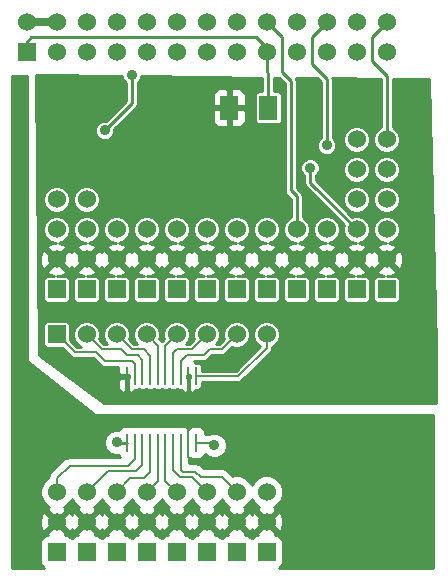
<source format=gtl>
G04 (created by PCBNEW (2013-07-07 BZR 4022)-stable) date 11/15/2014 7:33:56 AM*
%MOIN*%
G04 Gerber Fmt 3.4, Leading zero omitted, Abs format*
%FSLAX34Y34*%
G01*
G70*
G90*
G04 APERTURE LIST*
%ADD10C,0.00590551*%
%ADD11R,0.06X0.06*%
%ADD12C,0.06*%
%ADD13R,0.06X0.08*%
%ADD14R,0.00984252X0.0610236*%
%ADD15C,0.035*%
%ADD16C,0.008*%
%ADD17C,0.025*%
%ADD18C,0.01*%
G04 APERTURE END LIST*
G54D10*
G54D11*
X750Y-1850D03*
G54D12*
X750Y-850D03*
X1750Y-1850D03*
X1750Y-850D03*
X2750Y-1850D03*
X2750Y-850D03*
X3750Y-1850D03*
X3750Y-850D03*
X4750Y-1850D03*
X4750Y-850D03*
X5750Y-1850D03*
X5750Y-850D03*
X6750Y-1850D03*
X6750Y-850D03*
X7750Y-1850D03*
X7750Y-850D03*
X8750Y-1850D03*
X8750Y-850D03*
X9750Y-1850D03*
X9750Y-850D03*
X10750Y-1850D03*
X10750Y-850D03*
X11750Y-1850D03*
X11750Y-850D03*
X12750Y-1850D03*
X12750Y-850D03*
G54D11*
X3750Y-9750D03*
G54D12*
X3750Y-8750D03*
X3750Y-7750D03*
G54D11*
X6750Y-9750D03*
G54D12*
X6750Y-8750D03*
X6750Y-7750D03*
G54D11*
X7750Y-9750D03*
G54D12*
X7750Y-8750D03*
X7750Y-7750D03*
G54D13*
X7500Y-3700D03*
X8800Y-3700D03*
G54D11*
X5750Y-9750D03*
G54D12*
X5750Y-8750D03*
X5750Y-7750D03*
G54D11*
X8750Y-9750D03*
G54D12*
X8750Y-8750D03*
X8750Y-7750D03*
G54D11*
X9750Y-9750D03*
G54D12*
X9750Y-8750D03*
X9750Y-7750D03*
G54D11*
X10750Y-9750D03*
G54D12*
X10750Y-8750D03*
X10750Y-7750D03*
G54D11*
X4750Y-9750D03*
G54D12*
X4750Y-8750D03*
X4750Y-7750D03*
G54D11*
X11750Y-9750D03*
G54D12*
X11750Y-8750D03*
X11750Y-7750D03*
X11750Y-6750D03*
X11750Y-5750D03*
X11750Y-4750D03*
G54D11*
X12750Y-9750D03*
G54D12*
X12750Y-8750D03*
X12750Y-7750D03*
X12750Y-6750D03*
X12750Y-5750D03*
X12750Y-4750D03*
G54D11*
X1750Y-9750D03*
G54D12*
X1750Y-8750D03*
X1750Y-7750D03*
X1750Y-6750D03*
G54D11*
X2750Y-9750D03*
G54D12*
X2750Y-8750D03*
X2750Y-7750D03*
X2750Y-6750D03*
G54D14*
X4088Y-14852D03*
X4354Y-14852D03*
X4610Y-14852D03*
X4866Y-14852D03*
X5122Y-14852D03*
X5377Y-14852D03*
X5633Y-14852D03*
X5889Y-14852D03*
X6145Y-14852D03*
X6401Y-14852D03*
X6401Y-12647D03*
X6145Y-12647D03*
X5889Y-12647D03*
X5633Y-12647D03*
X5377Y-12647D03*
X5122Y-12647D03*
X4866Y-12647D03*
X4610Y-12647D03*
X4354Y-12647D03*
X4098Y-12647D03*
G54D12*
X6750Y-11250D03*
X5750Y-11250D03*
G54D11*
X1750Y-11250D03*
G54D12*
X2750Y-11250D03*
X3750Y-11250D03*
X4750Y-11250D03*
X7750Y-11250D03*
X8750Y-11250D03*
G54D11*
X8750Y-18500D03*
G54D12*
X8750Y-17500D03*
X8750Y-16500D03*
G54D11*
X7750Y-18500D03*
G54D12*
X7750Y-17500D03*
X7750Y-16500D03*
G54D11*
X6750Y-18500D03*
G54D12*
X6750Y-17500D03*
X6750Y-16500D03*
G54D11*
X5750Y-18500D03*
G54D12*
X5750Y-17500D03*
X5750Y-16500D03*
G54D11*
X4750Y-18500D03*
G54D12*
X4750Y-17500D03*
X4750Y-16500D03*
G54D11*
X3750Y-18500D03*
G54D12*
X3750Y-17500D03*
X3750Y-16500D03*
G54D11*
X2750Y-18500D03*
G54D12*
X2750Y-17500D03*
X2750Y-16500D03*
G54D11*
X1750Y-18500D03*
G54D12*
X1750Y-17500D03*
X1750Y-16500D03*
G54D15*
X450Y-2850D03*
X10750Y-4950D03*
X4250Y-2600D03*
X3350Y-4450D03*
X10200Y-5700D03*
X3750Y-14850D03*
X7000Y-14950D03*
G54D16*
X6145Y-14852D02*
X6145Y-15345D01*
X6145Y-15345D02*
X6200Y-15400D01*
X6145Y-14852D02*
X6145Y-14304D01*
X6145Y-14304D02*
X6150Y-14300D01*
G54D17*
X750Y-850D02*
X1750Y-850D01*
G54D18*
X8750Y-850D02*
X9250Y-1350D01*
X9750Y-6650D02*
X9750Y-7750D01*
X9550Y-6450D02*
X9750Y-6650D01*
X9550Y-2800D02*
X9550Y-6450D01*
X9250Y-2500D02*
X9550Y-2800D01*
X9250Y-1350D02*
X9250Y-2500D01*
X10750Y-850D02*
X10250Y-1350D01*
X10750Y-2750D02*
X10750Y-4950D01*
X10250Y-2250D02*
X10750Y-2750D01*
X10250Y-1350D02*
X10250Y-2250D01*
X4250Y-3550D02*
X4250Y-2600D01*
X3350Y-4450D02*
X4250Y-3550D01*
X12750Y-4750D02*
X12750Y-2650D01*
X12250Y-1350D02*
X12750Y-850D01*
X12250Y-2150D02*
X12250Y-1350D01*
X12750Y-2650D02*
X12250Y-2150D01*
X10200Y-5700D02*
X10200Y-6200D01*
X10200Y-6200D02*
X11750Y-7750D01*
X4088Y-14852D02*
X3752Y-14852D01*
X3752Y-14852D02*
X3750Y-14850D01*
G54D16*
X4610Y-14852D02*
X4610Y-15589D01*
X3450Y-15800D02*
X2750Y-16500D01*
X4400Y-15800D02*
X3450Y-15800D01*
X4610Y-15589D02*
X4400Y-15800D01*
X4354Y-12647D02*
X4354Y-12234D01*
X2350Y-11850D02*
X1750Y-11250D01*
X3050Y-11850D02*
X2350Y-11850D01*
X3350Y-12150D02*
X3050Y-11850D01*
X4269Y-12150D02*
X3350Y-12150D01*
X4354Y-12234D02*
X4269Y-12150D01*
X4610Y-12647D02*
X4610Y-12110D01*
X3250Y-11750D02*
X2750Y-11250D01*
X3900Y-11750D02*
X3250Y-11750D01*
X4100Y-11950D02*
X3900Y-11750D01*
X4450Y-11950D02*
X4100Y-11950D01*
X4610Y-12110D02*
X4450Y-11950D01*
X4866Y-12647D02*
X4866Y-11966D01*
X4250Y-11750D02*
X3750Y-11250D01*
X4650Y-11750D02*
X4250Y-11750D01*
X4866Y-11966D02*
X4650Y-11750D01*
X5122Y-12647D02*
X5122Y-11622D01*
X5122Y-11622D02*
X4750Y-11250D01*
X5377Y-12647D02*
X5377Y-11622D01*
X5377Y-11622D02*
X5750Y-11250D01*
X5889Y-12647D02*
X5889Y-12140D01*
X7250Y-11750D02*
X7750Y-11250D01*
X6850Y-11750D02*
X7250Y-11750D01*
X6650Y-11950D02*
X6850Y-11750D01*
X6080Y-11950D02*
X6650Y-11950D01*
X5889Y-12140D02*
X6080Y-11950D01*
X6401Y-12647D02*
X7802Y-12647D01*
X8750Y-11700D02*
X8750Y-11250D01*
X7802Y-12647D02*
X8750Y-11700D01*
X4354Y-14852D02*
X4354Y-15395D01*
X1750Y-16050D02*
X1750Y-16500D01*
X2180Y-15619D02*
X1750Y-16050D01*
X4130Y-15619D02*
X2180Y-15619D01*
X4354Y-15395D02*
X4130Y-15619D01*
X6401Y-14852D02*
X6902Y-14852D01*
X6902Y-14852D02*
X7000Y-14950D01*
G54D18*
X8750Y-1850D02*
X8750Y-2500D01*
X8800Y-2550D02*
X8800Y-3700D01*
X8750Y-2500D02*
X8800Y-2550D01*
X8750Y-1850D02*
X8750Y-1700D01*
X750Y-1500D02*
X750Y-1850D01*
X900Y-1350D02*
X750Y-1500D01*
X8400Y-1350D02*
X900Y-1350D01*
X8750Y-1700D02*
X8400Y-1350D01*
G54D16*
X5889Y-14852D02*
X5889Y-15760D01*
X7250Y-16000D02*
X7750Y-16500D01*
X6550Y-16000D02*
X7250Y-16000D01*
X6369Y-15819D02*
X6550Y-16000D01*
X5949Y-15819D02*
X6369Y-15819D01*
X5889Y-15760D02*
X5949Y-15819D01*
X5633Y-14852D02*
X5633Y-15783D01*
X6250Y-16000D02*
X6750Y-16500D01*
X5850Y-16000D02*
X6250Y-16000D01*
X5633Y-15783D02*
X5850Y-16000D01*
X5377Y-14852D02*
X5377Y-16127D01*
X5377Y-16127D02*
X5750Y-16500D01*
X5122Y-14852D02*
X5122Y-16127D01*
X5122Y-16127D02*
X4750Y-16500D01*
X4866Y-14852D02*
X4866Y-15833D01*
X4200Y-16050D02*
X3750Y-16500D01*
X4650Y-16050D02*
X4200Y-16050D01*
X4866Y-15833D02*
X4650Y-16050D01*
X5633Y-12647D02*
X5633Y-11866D01*
X6250Y-11750D02*
X6750Y-11250D01*
X5750Y-11750D02*
X6250Y-11750D01*
X5633Y-11866D02*
X5750Y-11750D01*
G54D10*
G36*
X14397Y-13550D02*
X13304Y-13550D01*
X13304Y-8831D01*
X13293Y-8613D01*
X13231Y-8462D01*
X13200Y-8453D01*
X13200Y-7660D01*
X13200Y-6660D01*
X13200Y-5660D01*
X13131Y-5495D01*
X13005Y-5368D01*
X12839Y-5300D01*
X12660Y-5299D01*
X12495Y-5368D01*
X12368Y-5494D01*
X12300Y-5660D01*
X12299Y-5839D01*
X12368Y-6004D01*
X12494Y-6131D01*
X12660Y-6199D01*
X12839Y-6200D01*
X13004Y-6131D01*
X13131Y-6005D01*
X13199Y-5839D01*
X13200Y-5660D01*
X13200Y-6660D01*
X13131Y-6495D01*
X13005Y-6368D01*
X12839Y-6300D01*
X12660Y-6299D01*
X12495Y-6368D01*
X12368Y-6494D01*
X12300Y-6660D01*
X12299Y-6839D01*
X12368Y-7004D01*
X12494Y-7131D01*
X12660Y-7199D01*
X12839Y-7200D01*
X13004Y-7131D01*
X13131Y-7005D01*
X13199Y-6839D01*
X13200Y-6660D01*
X13200Y-7660D01*
X13131Y-7495D01*
X13005Y-7368D01*
X12839Y-7300D01*
X12660Y-7299D01*
X12495Y-7368D01*
X12368Y-7494D01*
X12300Y-7660D01*
X12299Y-7839D01*
X12368Y-8004D01*
X12494Y-8131D01*
X12660Y-8199D01*
X12736Y-8199D01*
X12613Y-8206D01*
X12462Y-8268D01*
X12434Y-8364D01*
X12750Y-8679D01*
X13065Y-8364D01*
X13037Y-8268D01*
X12842Y-8198D01*
X13004Y-8131D01*
X13131Y-8005D01*
X13199Y-7839D01*
X13200Y-7660D01*
X13200Y-8453D01*
X13135Y-8434D01*
X12820Y-8750D01*
X13135Y-9065D01*
X13231Y-9037D01*
X13304Y-8831D01*
X13304Y-13550D01*
X13200Y-13550D01*
X13200Y-10020D01*
X13200Y-9420D01*
X13177Y-9365D01*
X13135Y-9322D01*
X13079Y-9300D01*
X13020Y-9299D01*
X12764Y-9299D01*
X12886Y-9293D01*
X13037Y-9231D01*
X13065Y-9135D01*
X12750Y-8820D01*
X12679Y-8891D01*
X12679Y-8750D01*
X12364Y-8434D01*
X12268Y-8462D01*
X12251Y-8510D01*
X12231Y-8462D01*
X12200Y-8453D01*
X12200Y-7660D01*
X12200Y-6660D01*
X12200Y-5660D01*
X12200Y-4660D01*
X12131Y-4495D01*
X12005Y-4368D01*
X11839Y-4300D01*
X11660Y-4299D01*
X11495Y-4368D01*
X11368Y-4494D01*
X11300Y-4660D01*
X11299Y-4839D01*
X11368Y-5004D01*
X11494Y-5131D01*
X11660Y-5199D01*
X11839Y-5200D01*
X12004Y-5131D01*
X12131Y-5005D01*
X12199Y-4839D01*
X12200Y-4660D01*
X12200Y-5660D01*
X12131Y-5495D01*
X12005Y-5368D01*
X11839Y-5300D01*
X11660Y-5299D01*
X11495Y-5368D01*
X11368Y-5494D01*
X11300Y-5660D01*
X11299Y-5839D01*
X11368Y-6004D01*
X11494Y-6131D01*
X11660Y-6199D01*
X11839Y-6200D01*
X12004Y-6131D01*
X12131Y-6005D01*
X12199Y-5839D01*
X12200Y-5660D01*
X12200Y-6660D01*
X12131Y-6495D01*
X12005Y-6368D01*
X11839Y-6300D01*
X11660Y-6299D01*
X11495Y-6368D01*
X11368Y-6494D01*
X11300Y-6660D01*
X11299Y-6839D01*
X11368Y-7004D01*
X11494Y-7131D01*
X11660Y-7199D01*
X11839Y-7200D01*
X12004Y-7131D01*
X12131Y-7005D01*
X12199Y-6839D01*
X12200Y-6660D01*
X12200Y-7660D01*
X12131Y-7495D01*
X12005Y-7368D01*
X11839Y-7300D01*
X11660Y-7299D01*
X11605Y-7322D01*
X10400Y-6117D01*
X10400Y-5959D01*
X10475Y-5884D01*
X10524Y-5764D01*
X10525Y-5635D01*
X10475Y-5516D01*
X10384Y-5424D01*
X10264Y-5375D01*
X10135Y-5374D01*
X10016Y-5424D01*
X9924Y-5515D01*
X9875Y-5635D01*
X9874Y-5764D01*
X9924Y-5883D01*
X10000Y-5959D01*
X10000Y-6200D01*
X10015Y-6276D01*
X10058Y-6341D01*
X11322Y-7605D01*
X11300Y-7660D01*
X11299Y-7839D01*
X11368Y-8004D01*
X11494Y-8131D01*
X11660Y-8199D01*
X11736Y-8199D01*
X11613Y-8206D01*
X11462Y-8268D01*
X11434Y-8364D01*
X11750Y-8679D01*
X12065Y-8364D01*
X12037Y-8268D01*
X11842Y-8198D01*
X12004Y-8131D01*
X12131Y-8005D01*
X12199Y-7839D01*
X12200Y-7660D01*
X12200Y-8453D01*
X12135Y-8434D01*
X11820Y-8750D01*
X12135Y-9065D01*
X12231Y-9037D01*
X12248Y-8989D01*
X12268Y-9037D01*
X12364Y-9065D01*
X12679Y-8750D01*
X12679Y-8891D01*
X12434Y-9135D01*
X12462Y-9231D01*
X12654Y-9299D01*
X12420Y-9299D01*
X12365Y-9322D01*
X12322Y-9364D01*
X12300Y-9420D01*
X12299Y-9479D01*
X12299Y-10079D01*
X12322Y-10134D01*
X12364Y-10177D01*
X12420Y-10199D01*
X12479Y-10200D01*
X13079Y-10200D01*
X13134Y-10177D01*
X13177Y-10135D01*
X13199Y-10079D01*
X13200Y-10020D01*
X13200Y-13550D01*
X12200Y-13550D01*
X12200Y-10020D01*
X12200Y-9420D01*
X12177Y-9365D01*
X12135Y-9322D01*
X12079Y-9300D01*
X12020Y-9299D01*
X11764Y-9299D01*
X11886Y-9293D01*
X12037Y-9231D01*
X12065Y-9135D01*
X11750Y-8820D01*
X11679Y-8891D01*
X11679Y-8750D01*
X11364Y-8434D01*
X11268Y-8462D01*
X11251Y-8510D01*
X11231Y-8462D01*
X11200Y-8453D01*
X11200Y-7660D01*
X11131Y-7495D01*
X11005Y-7368D01*
X10839Y-7300D01*
X10660Y-7299D01*
X10495Y-7368D01*
X10368Y-7494D01*
X10300Y-7660D01*
X10299Y-7839D01*
X10368Y-8004D01*
X10494Y-8131D01*
X10660Y-8199D01*
X10736Y-8199D01*
X10613Y-8206D01*
X10462Y-8268D01*
X10434Y-8364D01*
X10750Y-8679D01*
X11065Y-8364D01*
X11037Y-8268D01*
X10842Y-8198D01*
X11004Y-8131D01*
X11131Y-8005D01*
X11199Y-7839D01*
X11200Y-7660D01*
X11200Y-8453D01*
X11135Y-8434D01*
X10820Y-8750D01*
X11135Y-9065D01*
X11231Y-9037D01*
X11248Y-8989D01*
X11268Y-9037D01*
X11364Y-9065D01*
X11679Y-8750D01*
X11679Y-8891D01*
X11434Y-9135D01*
X11462Y-9231D01*
X11654Y-9299D01*
X11420Y-9299D01*
X11365Y-9322D01*
X11322Y-9364D01*
X11300Y-9420D01*
X11299Y-9479D01*
X11299Y-10079D01*
X11322Y-10134D01*
X11364Y-10177D01*
X11420Y-10199D01*
X11479Y-10200D01*
X12079Y-10200D01*
X12134Y-10177D01*
X12177Y-10135D01*
X12199Y-10079D01*
X12200Y-10020D01*
X12200Y-13550D01*
X11200Y-13550D01*
X11200Y-10020D01*
X11200Y-9420D01*
X11177Y-9365D01*
X11135Y-9322D01*
X11079Y-9300D01*
X11020Y-9299D01*
X10764Y-9299D01*
X10886Y-9293D01*
X11037Y-9231D01*
X11065Y-9135D01*
X10750Y-8820D01*
X10679Y-8891D01*
X10679Y-8750D01*
X10364Y-8434D01*
X10268Y-8462D01*
X10251Y-8510D01*
X10231Y-8462D01*
X10135Y-8434D01*
X9820Y-8750D01*
X10135Y-9065D01*
X10231Y-9037D01*
X10248Y-8989D01*
X10268Y-9037D01*
X10364Y-9065D01*
X10679Y-8750D01*
X10679Y-8891D01*
X10434Y-9135D01*
X10462Y-9231D01*
X10654Y-9299D01*
X10420Y-9299D01*
X10365Y-9322D01*
X10322Y-9364D01*
X10300Y-9420D01*
X10299Y-9479D01*
X10299Y-10079D01*
X10322Y-10134D01*
X10364Y-10177D01*
X10420Y-10199D01*
X10479Y-10200D01*
X11079Y-10200D01*
X11134Y-10177D01*
X11177Y-10135D01*
X11199Y-10079D01*
X11200Y-10020D01*
X11200Y-13550D01*
X10200Y-13550D01*
X10200Y-10020D01*
X10200Y-9420D01*
X10177Y-9365D01*
X10135Y-9322D01*
X10079Y-9300D01*
X10020Y-9299D01*
X9764Y-9299D01*
X9886Y-9293D01*
X10037Y-9231D01*
X10065Y-9135D01*
X9750Y-8820D01*
X9679Y-8891D01*
X9679Y-8750D01*
X9364Y-8434D01*
X9268Y-8462D01*
X9251Y-8510D01*
X9231Y-8462D01*
X9200Y-8453D01*
X9200Y-7660D01*
X9131Y-7495D01*
X9005Y-7368D01*
X8839Y-7300D01*
X8660Y-7299D01*
X8495Y-7368D01*
X8368Y-7494D01*
X8300Y-7660D01*
X8299Y-7839D01*
X8368Y-8004D01*
X8494Y-8131D01*
X8660Y-8199D01*
X8736Y-8199D01*
X8613Y-8206D01*
X8462Y-8268D01*
X8434Y-8364D01*
X8750Y-8679D01*
X9065Y-8364D01*
X9037Y-8268D01*
X8842Y-8198D01*
X9004Y-8131D01*
X9131Y-8005D01*
X9199Y-7839D01*
X9200Y-7660D01*
X9200Y-8453D01*
X9135Y-8434D01*
X8820Y-8750D01*
X9135Y-9065D01*
X9231Y-9037D01*
X9248Y-8989D01*
X9268Y-9037D01*
X9364Y-9065D01*
X9679Y-8750D01*
X9679Y-8891D01*
X9434Y-9135D01*
X9462Y-9231D01*
X9654Y-9299D01*
X9420Y-9299D01*
X9365Y-9322D01*
X9322Y-9364D01*
X9300Y-9420D01*
X9299Y-9479D01*
X9299Y-10079D01*
X9322Y-10134D01*
X9364Y-10177D01*
X9420Y-10199D01*
X9479Y-10200D01*
X10079Y-10200D01*
X10134Y-10177D01*
X10177Y-10135D01*
X10199Y-10079D01*
X10200Y-10020D01*
X10200Y-13550D01*
X9200Y-13550D01*
X9200Y-11160D01*
X9200Y-11160D01*
X9200Y-10020D01*
X9200Y-9420D01*
X9177Y-9365D01*
X9135Y-9322D01*
X9079Y-9300D01*
X9020Y-9299D01*
X8764Y-9299D01*
X8886Y-9293D01*
X9037Y-9231D01*
X9065Y-9135D01*
X8750Y-8820D01*
X8679Y-8891D01*
X8679Y-8750D01*
X8364Y-8434D01*
X8268Y-8462D01*
X8251Y-8510D01*
X8231Y-8462D01*
X8200Y-8453D01*
X8200Y-7660D01*
X8131Y-7495D01*
X8050Y-7413D01*
X8050Y-4050D01*
X8050Y-3349D01*
X8049Y-3250D01*
X8011Y-3158D01*
X7941Y-3087D01*
X7849Y-3049D01*
X7612Y-3050D01*
X7550Y-3112D01*
X7550Y-3650D01*
X7987Y-3650D01*
X8050Y-3587D01*
X8050Y-3349D01*
X8050Y-4050D01*
X8050Y-3812D01*
X7987Y-3750D01*
X7550Y-3750D01*
X7550Y-4287D01*
X7612Y-4350D01*
X7849Y-4350D01*
X7941Y-4312D01*
X8011Y-4241D01*
X8049Y-4149D01*
X8050Y-4050D01*
X8050Y-7413D01*
X8005Y-7368D01*
X7839Y-7300D01*
X7660Y-7299D01*
X7495Y-7368D01*
X7450Y-7413D01*
X7450Y-4287D01*
X7450Y-3750D01*
X7450Y-3650D01*
X7450Y-3112D01*
X7387Y-3050D01*
X7150Y-3049D01*
X7058Y-3087D01*
X6988Y-3158D01*
X6950Y-3250D01*
X6949Y-3349D01*
X6950Y-3587D01*
X7012Y-3650D01*
X7450Y-3650D01*
X7450Y-3750D01*
X7012Y-3750D01*
X6950Y-3812D01*
X6949Y-4050D01*
X6950Y-4149D01*
X6988Y-4241D01*
X7058Y-4312D01*
X7150Y-4350D01*
X7387Y-4350D01*
X7450Y-4287D01*
X7450Y-7413D01*
X7368Y-7494D01*
X7300Y-7660D01*
X7299Y-7839D01*
X7368Y-8004D01*
X7494Y-8131D01*
X7660Y-8199D01*
X7736Y-8199D01*
X7613Y-8206D01*
X7462Y-8268D01*
X7434Y-8364D01*
X7750Y-8679D01*
X8065Y-8364D01*
X8037Y-8268D01*
X7842Y-8198D01*
X8004Y-8131D01*
X8131Y-8005D01*
X8199Y-7839D01*
X8200Y-7660D01*
X8200Y-8453D01*
X8135Y-8434D01*
X7820Y-8750D01*
X8135Y-9065D01*
X8231Y-9037D01*
X8248Y-8989D01*
X8268Y-9037D01*
X8364Y-9065D01*
X8679Y-8750D01*
X8679Y-8891D01*
X8434Y-9135D01*
X8462Y-9231D01*
X8654Y-9299D01*
X8420Y-9299D01*
X8365Y-9322D01*
X8322Y-9364D01*
X8300Y-9420D01*
X8299Y-9479D01*
X8299Y-10079D01*
X8322Y-10134D01*
X8364Y-10177D01*
X8420Y-10199D01*
X8479Y-10200D01*
X9079Y-10200D01*
X9134Y-10177D01*
X9177Y-10135D01*
X9199Y-10079D01*
X9200Y-10020D01*
X9200Y-11160D01*
X9131Y-10995D01*
X9005Y-10868D01*
X8839Y-10800D01*
X8660Y-10799D01*
X8495Y-10868D01*
X8368Y-10994D01*
X8300Y-11160D01*
X8299Y-11339D01*
X8368Y-11504D01*
X8494Y-11631D01*
X8533Y-11647D01*
X7723Y-12457D01*
X6600Y-12457D01*
X6600Y-12312D01*
X6578Y-12257D01*
X6535Y-12215D01*
X6480Y-12192D01*
X6421Y-12192D01*
X6398Y-12192D01*
X6345Y-12140D01*
X6650Y-12140D01*
X6722Y-12125D01*
X6784Y-12084D01*
X6928Y-11940D01*
X7250Y-11940D01*
X7322Y-11925D01*
X7384Y-11884D01*
X7595Y-11673D01*
X7660Y-11699D01*
X7839Y-11700D01*
X8004Y-11631D01*
X8131Y-11505D01*
X8199Y-11339D01*
X8200Y-11160D01*
X8200Y-11160D01*
X8200Y-10020D01*
X8200Y-9420D01*
X8177Y-9365D01*
X8135Y-9322D01*
X8079Y-9300D01*
X8020Y-9299D01*
X7764Y-9299D01*
X7886Y-9293D01*
X8037Y-9231D01*
X8065Y-9135D01*
X7750Y-8820D01*
X7679Y-8891D01*
X7679Y-8750D01*
X7364Y-8434D01*
X7268Y-8462D01*
X7251Y-8510D01*
X7231Y-8462D01*
X7200Y-8453D01*
X7200Y-7660D01*
X7131Y-7495D01*
X7005Y-7368D01*
X6839Y-7300D01*
X6660Y-7299D01*
X6495Y-7368D01*
X6368Y-7494D01*
X6300Y-7660D01*
X6299Y-7839D01*
X6368Y-8004D01*
X6494Y-8131D01*
X6660Y-8199D01*
X6736Y-8199D01*
X6613Y-8206D01*
X6462Y-8268D01*
X6434Y-8364D01*
X6750Y-8679D01*
X7065Y-8364D01*
X7037Y-8268D01*
X6842Y-8198D01*
X7004Y-8131D01*
X7131Y-8005D01*
X7199Y-7839D01*
X7200Y-7660D01*
X7200Y-8453D01*
X7135Y-8434D01*
X6820Y-8750D01*
X7135Y-9065D01*
X7231Y-9037D01*
X7248Y-8989D01*
X7268Y-9037D01*
X7364Y-9065D01*
X7679Y-8750D01*
X7679Y-8891D01*
X7434Y-9135D01*
X7462Y-9231D01*
X7654Y-9299D01*
X7420Y-9299D01*
X7365Y-9322D01*
X7322Y-9364D01*
X7300Y-9420D01*
X7299Y-9479D01*
X7299Y-10079D01*
X7322Y-10134D01*
X7364Y-10177D01*
X7420Y-10199D01*
X7479Y-10200D01*
X8079Y-10200D01*
X8134Y-10177D01*
X8177Y-10135D01*
X8199Y-10079D01*
X8200Y-10020D01*
X8200Y-11160D01*
X8131Y-10995D01*
X8005Y-10868D01*
X7839Y-10800D01*
X7660Y-10799D01*
X7495Y-10868D01*
X7368Y-10994D01*
X7300Y-11160D01*
X7299Y-11339D01*
X7326Y-11404D01*
X7171Y-11560D01*
X7076Y-11560D01*
X7131Y-11505D01*
X7199Y-11339D01*
X7200Y-11160D01*
X7200Y-11160D01*
X7200Y-10020D01*
X7200Y-9420D01*
X7177Y-9365D01*
X7135Y-9322D01*
X7079Y-9300D01*
X7020Y-9299D01*
X6764Y-9299D01*
X6886Y-9293D01*
X7037Y-9231D01*
X7065Y-9135D01*
X6750Y-8820D01*
X6679Y-8891D01*
X6679Y-8750D01*
X6364Y-8434D01*
X6268Y-8462D01*
X6251Y-8510D01*
X6231Y-8462D01*
X6200Y-8453D01*
X6200Y-7660D01*
X6131Y-7495D01*
X6005Y-7368D01*
X5839Y-7300D01*
X5660Y-7299D01*
X5495Y-7368D01*
X5368Y-7494D01*
X5300Y-7660D01*
X5299Y-7839D01*
X5368Y-8004D01*
X5494Y-8131D01*
X5660Y-8199D01*
X5736Y-8199D01*
X5613Y-8206D01*
X5462Y-8268D01*
X5434Y-8364D01*
X5750Y-8679D01*
X6065Y-8364D01*
X6037Y-8268D01*
X5842Y-8198D01*
X6004Y-8131D01*
X6131Y-8005D01*
X6199Y-7839D01*
X6200Y-7660D01*
X6200Y-8453D01*
X6135Y-8434D01*
X5820Y-8750D01*
X6135Y-9065D01*
X6231Y-9037D01*
X6248Y-8989D01*
X6268Y-9037D01*
X6364Y-9065D01*
X6679Y-8750D01*
X6679Y-8891D01*
X6434Y-9135D01*
X6462Y-9231D01*
X6654Y-9299D01*
X6420Y-9299D01*
X6365Y-9322D01*
X6322Y-9364D01*
X6300Y-9420D01*
X6299Y-9479D01*
X6299Y-10079D01*
X6322Y-10134D01*
X6364Y-10177D01*
X6420Y-10199D01*
X6479Y-10200D01*
X7079Y-10200D01*
X7134Y-10177D01*
X7177Y-10135D01*
X7199Y-10079D01*
X7200Y-10020D01*
X7200Y-11160D01*
X7131Y-10995D01*
X7005Y-10868D01*
X6839Y-10800D01*
X6660Y-10799D01*
X6495Y-10868D01*
X6368Y-10994D01*
X6300Y-11160D01*
X6299Y-11339D01*
X6326Y-11404D01*
X6171Y-11560D01*
X6076Y-11560D01*
X6131Y-11505D01*
X6199Y-11339D01*
X6200Y-11160D01*
X6200Y-11160D01*
X6200Y-10020D01*
X6200Y-9420D01*
X6177Y-9365D01*
X6135Y-9322D01*
X6079Y-9300D01*
X6020Y-9299D01*
X5764Y-9299D01*
X5886Y-9293D01*
X6037Y-9231D01*
X6065Y-9135D01*
X5750Y-8820D01*
X5679Y-8891D01*
X5679Y-8750D01*
X5364Y-8434D01*
X5268Y-8462D01*
X5251Y-8510D01*
X5231Y-8462D01*
X5200Y-8453D01*
X5200Y-7660D01*
X5131Y-7495D01*
X5005Y-7368D01*
X4839Y-7300D01*
X4660Y-7299D01*
X4495Y-7368D01*
X4368Y-7494D01*
X4300Y-7660D01*
X4299Y-7839D01*
X4368Y-8004D01*
X4494Y-8131D01*
X4660Y-8199D01*
X4736Y-8199D01*
X4613Y-8206D01*
X4462Y-8268D01*
X4434Y-8364D01*
X4750Y-8679D01*
X5065Y-8364D01*
X5037Y-8268D01*
X4842Y-8198D01*
X5004Y-8131D01*
X5131Y-8005D01*
X5199Y-7839D01*
X5200Y-7660D01*
X5200Y-8453D01*
X5135Y-8434D01*
X4820Y-8750D01*
X5135Y-9065D01*
X5231Y-9037D01*
X5248Y-8989D01*
X5268Y-9037D01*
X5364Y-9065D01*
X5679Y-8750D01*
X5679Y-8891D01*
X5434Y-9135D01*
X5462Y-9231D01*
X5654Y-9299D01*
X5420Y-9299D01*
X5365Y-9322D01*
X5322Y-9364D01*
X5300Y-9420D01*
X5299Y-9479D01*
X5299Y-10079D01*
X5322Y-10134D01*
X5364Y-10177D01*
X5420Y-10199D01*
X5479Y-10200D01*
X6079Y-10200D01*
X6134Y-10177D01*
X6177Y-10135D01*
X6199Y-10079D01*
X6200Y-10020D01*
X6200Y-11160D01*
X6131Y-10995D01*
X6005Y-10868D01*
X5839Y-10800D01*
X5660Y-10799D01*
X5495Y-10868D01*
X5368Y-10994D01*
X5300Y-11160D01*
X5299Y-11339D01*
X5326Y-11404D01*
X5249Y-11481D01*
X5173Y-11404D01*
X5199Y-11339D01*
X5200Y-11160D01*
X5200Y-11160D01*
X5200Y-10020D01*
X5200Y-9420D01*
X5177Y-9365D01*
X5135Y-9322D01*
X5079Y-9300D01*
X5020Y-9299D01*
X4764Y-9299D01*
X4886Y-9293D01*
X5037Y-9231D01*
X5065Y-9135D01*
X4750Y-8820D01*
X4679Y-8891D01*
X4679Y-8750D01*
X4364Y-8434D01*
X4268Y-8462D01*
X4251Y-8510D01*
X4231Y-8462D01*
X4200Y-8453D01*
X4200Y-7660D01*
X4131Y-7495D01*
X4005Y-7368D01*
X3839Y-7300D01*
X3660Y-7299D01*
X3495Y-7368D01*
X3368Y-7494D01*
X3300Y-7660D01*
X3299Y-7839D01*
X3368Y-8004D01*
X3494Y-8131D01*
X3660Y-8199D01*
X3736Y-8199D01*
X3613Y-8206D01*
X3462Y-8268D01*
X3434Y-8364D01*
X3750Y-8679D01*
X4065Y-8364D01*
X4037Y-8268D01*
X3842Y-8198D01*
X4004Y-8131D01*
X4131Y-8005D01*
X4199Y-7839D01*
X4200Y-7660D01*
X4200Y-8453D01*
X4135Y-8434D01*
X3820Y-8750D01*
X4135Y-9065D01*
X4231Y-9037D01*
X4248Y-8989D01*
X4268Y-9037D01*
X4364Y-9065D01*
X4679Y-8750D01*
X4679Y-8891D01*
X4434Y-9135D01*
X4462Y-9231D01*
X4654Y-9299D01*
X4420Y-9299D01*
X4365Y-9322D01*
X4322Y-9364D01*
X4300Y-9420D01*
X4299Y-9479D01*
X4299Y-10079D01*
X4322Y-10134D01*
X4364Y-10177D01*
X4420Y-10199D01*
X4479Y-10200D01*
X5079Y-10200D01*
X5134Y-10177D01*
X5177Y-10135D01*
X5199Y-10079D01*
X5200Y-10020D01*
X5200Y-11160D01*
X5131Y-10995D01*
X5005Y-10868D01*
X4839Y-10800D01*
X4660Y-10799D01*
X4495Y-10868D01*
X4368Y-10994D01*
X4300Y-11160D01*
X4299Y-11339D01*
X4368Y-11504D01*
X4423Y-11560D01*
X4328Y-11560D01*
X4173Y-11404D01*
X4199Y-11339D01*
X4200Y-11160D01*
X4200Y-11160D01*
X4200Y-10020D01*
X4200Y-9420D01*
X4177Y-9365D01*
X4135Y-9322D01*
X4079Y-9300D01*
X4020Y-9299D01*
X3764Y-9299D01*
X3886Y-9293D01*
X4037Y-9231D01*
X4065Y-9135D01*
X3750Y-8820D01*
X3679Y-8891D01*
X3679Y-8750D01*
X3364Y-8434D01*
X3268Y-8462D01*
X3251Y-8510D01*
X3231Y-8462D01*
X3200Y-8453D01*
X3200Y-7660D01*
X3200Y-6660D01*
X3131Y-6495D01*
X3005Y-6368D01*
X2839Y-6300D01*
X2660Y-6299D01*
X2495Y-6368D01*
X2368Y-6494D01*
X2300Y-6660D01*
X2299Y-6839D01*
X2368Y-7004D01*
X2494Y-7131D01*
X2660Y-7199D01*
X2839Y-7200D01*
X3004Y-7131D01*
X3131Y-7005D01*
X3199Y-6839D01*
X3200Y-6660D01*
X3200Y-7660D01*
X3131Y-7495D01*
X3005Y-7368D01*
X2839Y-7300D01*
X2660Y-7299D01*
X2495Y-7368D01*
X2368Y-7494D01*
X2300Y-7660D01*
X2299Y-7839D01*
X2368Y-8004D01*
X2494Y-8131D01*
X2660Y-8199D01*
X2736Y-8199D01*
X2613Y-8206D01*
X2462Y-8268D01*
X2434Y-8364D01*
X2750Y-8679D01*
X3065Y-8364D01*
X3037Y-8268D01*
X2842Y-8198D01*
X3004Y-8131D01*
X3131Y-8005D01*
X3199Y-7839D01*
X3200Y-7660D01*
X3200Y-8453D01*
X3135Y-8434D01*
X2820Y-8750D01*
X3135Y-9065D01*
X3231Y-9037D01*
X3248Y-8989D01*
X3268Y-9037D01*
X3364Y-9065D01*
X3679Y-8750D01*
X3679Y-8891D01*
X3434Y-9135D01*
X3462Y-9231D01*
X3654Y-9299D01*
X3420Y-9299D01*
X3365Y-9322D01*
X3322Y-9364D01*
X3300Y-9420D01*
X3299Y-9479D01*
X3299Y-10079D01*
X3322Y-10134D01*
X3364Y-10177D01*
X3420Y-10199D01*
X3479Y-10200D01*
X4079Y-10200D01*
X4134Y-10177D01*
X4177Y-10135D01*
X4199Y-10079D01*
X4200Y-10020D01*
X4200Y-11160D01*
X4131Y-10995D01*
X4005Y-10868D01*
X3839Y-10800D01*
X3660Y-10799D01*
X3495Y-10868D01*
X3368Y-10994D01*
X3300Y-11160D01*
X3299Y-11339D01*
X3368Y-11504D01*
X3423Y-11560D01*
X3328Y-11560D01*
X3173Y-11404D01*
X3199Y-11339D01*
X3200Y-11160D01*
X3200Y-11160D01*
X3200Y-10020D01*
X3200Y-9420D01*
X3177Y-9365D01*
X3135Y-9322D01*
X3079Y-9300D01*
X3020Y-9299D01*
X2764Y-9299D01*
X2886Y-9293D01*
X3037Y-9231D01*
X3065Y-9135D01*
X2750Y-8820D01*
X2679Y-8891D01*
X2679Y-8750D01*
X2364Y-8434D01*
X2268Y-8462D01*
X2251Y-8510D01*
X2231Y-8462D01*
X2200Y-8453D01*
X2200Y-7660D01*
X2200Y-6660D01*
X2131Y-6495D01*
X2005Y-6368D01*
X1839Y-6300D01*
X1660Y-6299D01*
X1495Y-6368D01*
X1368Y-6494D01*
X1300Y-6660D01*
X1299Y-6839D01*
X1368Y-7004D01*
X1494Y-7131D01*
X1660Y-7199D01*
X1839Y-7200D01*
X2004Y-7131D01*
X2131Y-7005D01*
X2199Y-6839D01*
X2200Y-6660D01*
X2200Y-7660D01*
X2131Y-7495D01*
X2005Y-7368D01*
X1839Y-7300D01*
X1660Y-7299D01*
X1495Y-7368D01*
X1368Y-7494D01*
X1300Y-7660D01*
X1299Y-7839D01*
X1368Y-8004D01*
X1494Y-8131D01*
X1660Y-8199D01*
X1736Y-8199D01*
X1613Y-8206D01*
X1462Y-8268D01*
X1434Y-8364D01*
X1750Y-8679D01*
X2065Y-8364D01*
X2037Y-8268D01*
X1842Y-8198D01*
X2004Y-8131D01*
X2131Y-8005D01*
X2199Y-7839D01*
X2200Y-7660D01*
X2200Y-8453D01*
X2135Y-8434D01*
X1820Y-8750D01*
X2135Y-9065D01*
X2231Y-9037D01*
X2248Y-8989D01*
X2268Y-9037D01*
X2364Y-9065D01*
X2679Y-8750D01*
X2679Y-8891D01*
X2434Y-9135D01*
X2462Y-9231D01*
X2654Y-9299D01*
X2420Y-9299D01*
X2365Y-9322D01*
X2322Y-9364D01*
X2300Y-9420D01*
X2299Y-9479D01*
X2299Y-10079D01*
X2322Y-10134D01*
X2364Y-10177D01*
X2420Y-10199D01*
X2479Y-10200D01*
X3079Y-10200D01*
X3134Y-10177D01*
X3177Y-10135D01*
X3199Y-10079D01*
X3200Y-10020D01*
X3200Y-11160D01*
X3131Y-10995D01*
X3005Y-10868D01*
X2839Y-10800D01*
X2660Y-10799D01*
X2495Y-10868D01*
X2368Y-10994D01*
X2300Y-11160D01*
X2299Y-11339D01*
X2368Y-11504D01*
X2494Y-11631D01*
X2563Y-11660D01*
X2428Y-11660D01*
X2200Y-11431D01*
X2200Y-10920D01*
X2200Y-10020D01*
X2200Y-9420D01*
X2177Y-9365D01*
X2135Y-9322D01*
X2079Y-9300D01*
X2020Y-9299D01*
X1764Y-9299D01*
X1886Y-9293D01*
X2037Y-9231D01*
X2065Y-9135D01*
X1750Y-8820D01*
X1679Y-8891D01*
X1679Y-8750D01*
X1364Y-8434D01*
X1268Y-8462D01*
X1195Y-8668D01*
X1206Y-8886D01*
X1268Y-9037D01*
X1364Y-9065D01*
X1679Y-8750D01*
X1679Y-8891D01*
X1434Y-9135D01*
X1462Y-9231D01*
X1654Y-9299D01*
X1420Y-9299D01*
X1365Y-9322D01*
X1322Y-9364D01*
X1300Y-9420D01*
X1299Y-9479D01*
X1299Y-10079D01*
X1322Y-10134D01*
X1364Y-10177D01*
X1420Y-10199D01*
X1479Y-10200D01*
X2079Y-10200D01*
X2134Y-10177D01*
X2177Y-10135D01*
X2199Y-10079D01*
X2200Y-10020D01*
X2200Y-10920D01*
X2177Y-10865D01*
X2135Y-10822D01*
X2079Y-10800D01*
X2020Y-10799D01*
X1420Y-10799D01*
X1365Y-10822D01*
X1322Y-10864D01*
X1300Y-10920D01*
X1299Y-10979D01*
X1299Y-11579D01*
X1322Y-11634D01*
X1364Y-11677D01*
X1420Y-11699D01*
X1479Y-11700D01*
X1931Y-11700D01*
X2215Y-11984D01*
X2215Y-11984D01*
X2277Y-12025D01*
X2350Y-12040D01*
X2971Y-12040D01*
X3215Y-12284D01*
X3215Y-12284D01*
X3277Y-12325D01*
X3349Y-12340D01*
X3349Y-12339D01*
X3350Y-12340D01*
X3799Y-12340D01*
X3799Y-12392D01*
X3799Y-12535D01*
X3861Y-12597D01*
X4073Y-12597D01*
X4073Y-12589D01*
X4123Y-12589D01*
X4123Y-12597D01*
X4147Y-12597D01*
X4147Y-12697D01*
X4123Y-12697D01*
X4123Y-13140D01*
X4185Y-13202D01*
X4197Y-13202D01*
X4289Y-13164D01*
X4351Y-13102D01*
X4433Y-13102D01*
X4482Y-13082D01*
X4531Y-13102D01*
X4590Y-13102D01*
X4689Y-13102D01*
X4738Y-13082D01*
X4786Y-13102D01*
X4846Y-13102D01*
X4945Y-13102D01*
X4994Y-13082D01*
X5042Y-13102D01*
X5102Y-13102D01*
X5200Y-13102D01*
X5250Y-13082D01*
X5298Y-13102D01*
X5358Y-13102D01*
X5456Y-13102D01*
X5505Y-13082D01*
X5554Y-13102D01*
X5614Y-13102D01*
X5712Y-13102D01*
X5761Y-13082D01*
X5810Y-13102D01*
X5870Y-13102D01*
X5892Y-13102D01*
X5955Y-13164D01*
X6046Y-13202D01*
X6058Y-13202D01*
X6121Y-13140D01*
X6121Y-12697D01*
X6096Y-12697D01*
X6096Y-12597D01*
X6121Y-12597D01*
X6121Y-12589D01*
X6170Y-12589D01*
X6170Y-12597D01*
X6194Y-12597D01*
X6194Y-12697D01*
X6170Y-12697D01*
X6170Y-13140D01*
X6232Y-13202D01*
X6244Y-13202D01*
X6336Y-13164D01*
X6398Y-13102D01*
X6480Y-13102D01*
X6535Y-13079D01*
X6577Y-13037D01*
X6600Y-12982D01*
X6600Y-12923D01*
X6600Y-12837D01*
X7802Y-12837D01*
X7875Y-12823D01*
X7936Y-12781D01*
X8884Y-11834D01*
X8925Y-11772D01*
X8940Y-11700D01*
X8940Y-11658D01*
X9004Y-11631D01*
X9131Y-11505D01*
X9199Y-11339D01*
X9200Y-11160D01*
X9200Y-13550D01*
X4073Y-13550D01*
X4073Y-13140D01*
X4073Y-12697D01*
X3861Y-12697D01*
X3799Y-12760D01*
X3799Y-12903D01*
X3799Y-13002D01*
X3837Y-13094D01*
X3907Y-13164D01*
X3999Y-13202D01*
X4011Y-13202D01*
X4073Y-13140D01*
X4073Y-13550D01*
X3316Y-13550D01*
X1149Y-11924D01*
X1050Y-2600D01*
X3924Y-2633D01*
X3924Y-2664D01*
X3974Y-2783D01*
X4050Y-2859D01*
X4050Y-3467D01*
X3392Y-4125D01*
X3285Y-4124D01*
X3166Y-4174D01*
X3074Y-4265D01*
X3025Y-4385D01*
X3024Y-4514D01*
X3074Y-4633D01*
X3165Y-4725D01*
X3285Y-4774D01*
X3414Y-4775D01*
X3533Y-4725D01*
X3625Y-4634D01*
X3674Y-4514D01*
X3675Y-4407D01*
X4391Y-3691D01*
X4434Y-3626D01*
X4434Y-3626D01*
X4450Y-3550D01*
X4450Y-2859D01*
X4525Y-2784D01*
X4574Y-2664D01*
X4574Y-2640D01*
X8600Y-2686D01*
X8600Y-3149D01*
X8470Y-3149D01*
X8415Y-3172D01*
X8372Y-3214D01*
X8350Y-3270D01*
X8349Y-3329D01*
X8349Y-4129D01*
X8372Y-4184D01*
X8414Y-4227D01*
X8470Y-4249D01*
X8529Y-4250D01*
X9129Y-4250D01*
X9184Y-4227D01*
X9227Y-4185D01*
X9249Y-4129D01*
X9250Y-4070D01*
X9250Y-3270D01*
X9227Y-3215D01*
X9185Y-3172D01*
X9129Y-3150D01*
X9070Y-3149D01*
X9000Y-3149D01*
X9000Y-2690D01*
X9159Y-2692D01*
X9350Y-2882D01*
X9350Y-6450D01*
X9365Y-6526D01*
X9408Y-6591D01*
X9550Y-6732D01*
X9550Y-7345D01*
X9495Y-7368D01*
X9368Y-7494D01*
X9300Y-7660D01*
X9299Y-7839D01*
X9368Y-8004D01*
X9494Y-8131D01*
X9660Y-8199D01*
X9736Y-8199D01*
X9613Y-8206D01*
X9462Y-8268D01*
X9434Y-8364D01*
X9750Y-8679D01*
X10065Y-8364D01*
X10037Y-8268D01*
X9842Y-8198D01*
X10004Y-8131D01*
X10131Y-8005D01*
X10199Y-7839D01*
X10200Y-7660D01*
X10131Y-7495D01*
X10005Y-7368D01*
X9950Y-7345D01*
X9950Y-6650D01*
X9934Y-6573D01*
X9934Y-6573D01*
X9920Y-6551D01*
X9891Y-6508D01*
X9891Y-6508D01*
X9750Y-6367D01*
X9750Y-2800D01*
X9749Y-2799D01*
X9734Y-2723D01*
X9734Y-2723D01*
X9720Y-2701D01*
X9718Y-2699D01*
X10424Y-2707D01*
X10550Y-2832D01*
X10550Y-4690D01*
X10474Y-4765D01*
X10425Y-4885D01*
X10424Y-5014D01*
X10474Y-5133D01*
X10565Y-5225D01*
X10685Y-5274D01*
X10814Y-5275D01*
X10933Y-5225D01*
X11025Y-5134D01*
X11074Y-5014D01*
X11075Y-4885D01*
X11025Y-4766D01*
X10950Y-4690D01*
X10950Y-2750D01*
X10942Y-2712D01*
X12548Y-2731D01*
X12550Y-2732D01*
X12550Y-4345D01*
X12495Y-4368D01*
X12368Y-4494D01*
X12300Y-4660D01*
X12299Y-4839D01*
X12368Y-5004D01*
X12494Y-5131D01*
X12660Y-5199D01*
X12839Y-5200D01*
X13004Y-5131D01*
X13131Y-5005D01*
X13199Y-4839D01*
X13200Y-4660D01*
X13131Y-4495D01*
X13005Y-4368D01*
X12950Y-4345D01*
X12950Y-2735D01*
X14151Y-2749D01*
X14397Y-11683D01*
X14397Y-13550D01*
X14397Y-13550D01*
G37*
G54D18*
X14397Y-13550D02*
X13304Y-13550D01*
X13304Y-8831D01*
X13293Y-8613D01*
X13231Y-8462D01*
X13200Y-8453D01*
X13200Y-7660D01*
X13200Y-6660D01*
X13200Y-5660D01*
X13131Y-5495D01*
X13005Y-5368D01*
X12839Y-5300D01*
X12660Y-5299D01*
X12495Y-5368D01*
X12368Y-5494D01*
X12300Y-5660D01*
X12299Y-5839D01*
X12368Y-6004D01*
X12494Y-6131D01*
X12660Y-6199D01*
X12839Y-6200D01*
X13004Y-6131D01*
X13131Y-6005D01*
X13199Y-5839D01*
X13200Y-5660D01*
X13200Y-6660D01*
X13131Y-6495D01*
X13005Y-6368D01*
X12839Y-6300D01*
X12660Y-6299D01*
X12495Y-6368D01*
X12368Y-6494D01*
X12300Y-6660D01*
X12299Y-6839D01*
X12368Y-7004D01*
X12494Y-7131D01*
X12660Y-7199D01*
X12839Y-7200D01*
X13004Y-7131D01*
X13131Y-7005D01*
X13199Y-6839D01*
X13200Y-6660D01*
X13200Y-7660D01*
X13131Y-7495D01*
X13005Y-7368D01*
X12839Y-7300D01*
X12660Y-7299D01*
X12495Y-7368D01*
X12368Y-7494D01*
X12300Y-7660D01*
X12299Y-7839D01*
X12368Y-8004D01*
X12494Y-8131D01*
X12660Y-8199D01*
X12736Y-8199D01*
X12613Y-8206D01*
X12462Y-8268D01*
X12434Y-8364D01*
X12750Y-8679D01*
X13065Y-8364D01*
X13037Y-8268D01*
X12842Y-8198D01*
X13004Y-8131D01*
X13131Y-8005D01*
X13199Y-7839D01*
X13200Y-7660D01*
X13200Y-8453D01*
X13135Y-8434D01*
X12820Y-8750D01*
X13135Y-9065D01*
X13231Y-9037D01*
X13304Y-8831D01*
X13304Y-13550D01*
X13200Y-13550D01*
X13200Y-10020D01*
X13200Y-9420D01*
X13177Y-9365D01*
X13135Y-9322D01*
X13079Y-9300D01*
X13020Y-9299D01*
X12764Y-9299D01*
X12886Y-9293D01*
X13037Y-9231D01*
X13065Y-9135D01*
X12750Y-8820D01*
X12679Y-8891D01*
X12679Y-8750D01*
X12364Y-8434D01*
X12268Y-8462D01*
X12251Y-8510D01*
X12231Y-8462D01*
X12200Y-8453D01*
X12200Y-7660D01*
X12200Y-6660D01*
X12200Y-5660D01*
X12200Y-4660D01*
X12131Y-4495D01*
X12005Y-4368D01*
X11839Y-4300D01*
X11660Y-4299D01*
X11495Y-4368D01*
X11368Y-4494D01*
X11300Y-4660D01*
X11299Y-4839D01*
X11368Y-5004D01*
X11494Y-5131D01*
X11660Y-5199D01*
X11839Y-5200D01*
X12004Y-5131D01*
X12131Y-5005D01*
X12199Y-4839D01*
X12200Y-4660D01*
X12200Y-5660D01*
X12131Y-5495D01*
X12005Y-5368D01*
X11839Y-5300D01*
X11660Y-5299D01*
X11495Y-5368D01*
X11368Y-5494D01*
X11300Y-5660D01*
X11299Y-5839D01*
X11368Y-6004D01*
X11494Y-6131D01*
X11660Y-6199D01*
X11839Y-6200D01*
X12004Y-6131D01*
X12131Y-6005D01*
X12199Y-5839D01*
X12200Y-5660D01*
X12200Y-6660D01*
X12131Y-6495D01*
X12005Y-6368D01*
X11839Y-6300D01*
X11660Y-6299D01*
X11495Y-6368D01*
X11368Y-6494D01*
X11300Y-6660D01*
X11299Y-6839D01*
X11368Y-7004D01*
X11494Y-7131D01*
X11660Y-7199D01*
X11839Y-7200D01*
X12004Y-7131D01*
X12131Y-7005D01*
X12199Y-6839D01*
X12200Y-6660D01*
X12200Y-7660D01*
X12131Y-7495D01*
X12005Y-7368D01*
X11839Y-7300D01*
X11660Y-7299D01*
X11605Y-7322D01*
X10400Y-6117D01*
X10400Y-5959D01*
X10475Y-5884D01*
X10524Y-5764D01*
X10525Y-5635D01*
X10475Y-5516D01*
X10384Y-5424D01*
X10264Y-5375D01*
X10135Y-5374D01*
X10016Y-5424D01*
X9924Y-5515D01*
X9875Y-5635D01*
X9874Y-5764D01*
X9924Y-5883D01*
X10000Y-5959D01*
X10000Y-6200D01*
X10015Y-6276D01*
X10058Y-6341D01*
X11322Y-7605D01*
X11300Y-7660D01*
X11299Y-7839D01*
X11368Y-8004D01*
X11494Y-8131D01*
X11660Y-8199D01*
X11736Y-8199D01*
X11613Y-8206D01*
X11462Y-8268D01*
X11434Y-8364D01*
X11750Y-8679D01*
X12065Y-8364D01*
X12037Y-8268D01*
X11842Y-8198D01*
X12004Y-8131D01*
X12131Y-8005D01*
X12199Y-7839D01*
X12200Y-7660D01*
X12200Y-8453D01*
X12135Y-8434D01*
X11820Y-8750D01*
X12135Y-9065D01*
X12231Y-9037D01*
X12248Y-8989D01*
X12268Y-9037D01*
X12364Y-9065D01*
X12679Y-8750D01*
X12679Y-8891D01*
X12434Y-9135D01*
X12462Y-9231D01*
X12654Y-9299D01*
X12420Y-9299D01*
X12365Y-9322D01*
X12322Y-9364D01*
X12300Y-9420D01*
X12299Y-9479D01*
X12299Y-10079D01*
X12322Y-10134D01*
X12364Y-10177D01*
X12420Y-10199D01*
X12479Y-10200D01*
X13079Y-10200D01*
X13134Y-10177D01*
X13177Y-10135D01*
X13199Y-10079D01*
X13200Y-10020D01*
X13200Y-13550D01*
X12200Y-13550D01*
X12200Y-10020D01*
X12200Y-9420D01*
X12177Y-9365D01*
X12135Y-9322D01*
X12079Y-9300D01*
X12020Y-9299D01*
X11764Y-9299D01*
X11886Y-9293D01*
X12037Y-9231D01*
X12065Y-9135D01*
X11750Y-8820D01*
X11679Y-8891D01*
X11679Y-8750D01*
X11364Y-8434D01*
X11268Y-8462D01*
X11251Y-8510D01*
X11231Y-8462D01*
X11200Y-8453D01*
X11200Y-7660D01*
X11131Y-7495D01*
X11005Y-7368D01*
X10839Y-7300D01*
X10660Y-7299D01*
X10495Y-7368D01*
X10368Y-7494D01*
X10300Y-7660D01*
X10299Y-7839D01*
X10368Y-8004D01*
X10494Y-8131D01*
X10660Y-8199D01*
X10736Y-8199D01*
X10613Y-8206D01*
X10462Y-8268D01*
X10434Y-8364D01*
X10750Y-8679D01*
X11065Y-8364D01*
X11037Y-8268D01*
X10842Y-8198D01*
X11004Y-8131D01*
X11131Y-8005D01*
X11199Y-7839D01*
X11200Y-7660D01*
X11200Y-8453D01*
X11135Y-8434D01*
X10820Y-8750D01*
X11135Y-9065D01*
X11231Y-9037D01*
X11248Y-8989D01*
X11268Y-9037D01*
X11364Y-9065D01*
X11679Y-8750D01*
X11679Y-8891D01*
X11434Y-9135D01*
X11462Y-9231D01*
X11654Y-9299D01*
X11420Y-9299D01*
X11365Y-9322D01*
X11322Y-9364D01*
X11300Y-9420D01*
X11299Y-9479D01*
X11299Y-10079D01*
X11322Y-10134D01*
X11364Y-10177D01*
X11420Y-10199D01*
X11479Y-10200D01*
X12079Y-10200D01*
X12134Y-10177D01*
X12177Y-10135D01*
X12199Y-10079D01*
X12200Y-10020D01*
X12200Y-13550D01*
X11200Y-13550D01*
X11200Y-10020D01*
X11200Y-9420D01*
X11177Y-9365D01*
X11135Y-9322D01*
X11079Y-9300D01*
X11020Y-9299D01*
X10764Y-9299D01*
X10886Y-9293D01*
X11037Y-9231D01*
X11065Y-9135D01*
X10750Y-8820D01*
X10679Y-8891D01*
X10679Y-8750D01*
X10364Y-8434D01*
X10268Y-8462D01*
X10251Y-8510D01*
X10231Y-8462D01*
X10135Y-8434D01*
X9820Y-8750D01*
X10135Y-9065D01*
X10231Y-9037D01*
X10248Y-8989D01*
X10268Y-9037D01*
X10364Y-9065D01*
X10679Y-8750D01*
X10679Y-8891D01*
X10434Y-9135D01*
X10462Y-9231D01*
X10654Y-9299D01*
X10420Y-9299D01*
X10365Y-9322D01*
X10322Y-9364D01*
X10300Y-9420D01*
X10299Y-9479D01*
X10299Y-10079D01*
X10322Y-10134D01*
X10364Y-10177D01*
X10420Y-10199D01*
X10479Y-10200D01*
X11079Y-10200D01*
X11134Y-10177D01*
X11177Y-10135D01*
X11199Y-10079D01*
X11200Y-10020D01*
X11200Y-13550D01*
X10200Y-13550D01*
X10200Y-10020D01*
X10200Y-9420D01*
X10177Y-9365D01*
X10135Y-9322D01*
X10079Y-9300D01*
X10020Y-9299D01*
X9764Y-9299D01*
X9886Y-9293D01*
X10037Y-9231D01*
X10065Y-9135D01*
X9750Y-8820D01*
X9679Y-8891D01*
X9679Y-8750D01*
X9364Y-8434D01*
X9268Y-8462D01*
X9251Y-8510D01*
X9231Y-8462D01*
X9200Y-8453D01*
X9200Y-7660D01*
X9131Y-7495D01*
X9005Y-7368D01*
X8839Y-7300D01*
X8660Y-7299D01*
X8495Y-7368D01*
X8368Y-7494D01*
X8300Y-7660D01*
X8299Y-7839D01*
X8368Y-8004D01*
X8494Y-8131D01*
X8660Y-8199D01*
X8736Y-8199D01*
X8613Y-8206D01*
X8462Y-8268D01*
X8434Y-8364D01*
X8750Y-8679D01*
X9065Y-8364D01*
X9037Y-8268D01*
X8842Y-8198D01*
X9004Y-8131D01*
X9131Y-8005D01*
X9199Y-7839D01*
X9200Y-7660D01*
X9200Y-8453D01*
X9135Y-8434D01*
X8820Y-8750D01*
X9135Y-9065D01*
X9231Y-9037D01*
X9248Y-8989D01*
X9268Y-9037D01*
X9364Y-9065D01*
X9679Y-8750D01*
X9679Y-8891D01*
X9434Y-9135D01*
X9462Y-9231D01*
X9654Y-9299D01*
X9420Y-9299D01*
X9365Y-9322D01*
X9322Y-9364D01*
X9300Y-9420D01*
X9299Y-9479D01*
X9299Y-10079D01*
X9322Y-10134D01*
X9364Y-10177D01*
X9420Y-10199D01*
X9479Y-10200D01*
X10079Y-10200D01*
X10134Y-10177D01*
X10177Y-10135D01*
X10199Y-10079D01*
X10200Y-10020D01*
X10200Y-13550D01*
X9200Y-13550D01*
X9200Y-11160D01*
X9200Y-11160D01*
X9200Y-10020D01*
X9200Y-9420D01*
X9177Y-9365D01*
X9135Y-9322D01*
X9079Y-9300D01*
X9020Y-9299D01*
X8764Y-9299D01*
X8886Y-9293D01*
X9037Y-9231D01*
X9065Y-9135D01*
X8750Y-8820D01*
X8679Y-8891D01*
X8679Y-8750D01*
X8364Y-8434D01*
X8268Y-8462D01*
X8251Y-8510D01*
X8231Y-8462D01*
X8200Y-8453D01*
X8200Y-7660D01*
X8131Y-7495D01*
X8050Y-7413D01*
X8050Y-4050D01*
X8050Y-3349D01*
X8049Y-3250D01*
X8011Y-3158D01*
X7941Y-3087D01*
X7849Y-3049D01*
X7612Y-3050D01*
X7550Y-3112D01*
X7550Y-3650D01*
X7987Y-3650D01*
X8050Y-3587D01*
X8050Y-3349D01*
X8050Y-4050D01*
X8050Y-3812D01*
X7987Y-3750D01*
X7550Y-3750D01*
X7550Y-4287D01*
X7612Y-4350D01*
X7849Y-4350D01*
X7941Y-4312D01*
X8011Y-4241D01*
X8049Y-4149D01*
X8050Y-4050D01*
X8050Y-7413D01*
X8005Y-7368D01*
X7839Y-7300D01*
X7660Y-7299D01*
X7495Y-7368D01*
X7450Y-7413D01*
X7450Y-4287D01*
X7450Y-3750D01*
X7450Y-3650D01*
X7450Y-3112D01*
X7387Y-3050D01*
X7150Y-3049D01*
X7058Y-3087D01*
X6988Y-3158D01*
X6950Y-3250D01*
X6949Y-3349D01*
X6950Y-3587D01*
X7012Y-3650D01*
X7450Y-3650D01*
X7450Y-3750D01*
X7012Y-3750D01*
X6950Y-3812D01*
X6949Y-4050D01*
X6950Y-4149D01*
X6988Y-4241D01*
X7058Y-4312D01*
X7150Y-4350D01*
X7387Y-4350D01*
X7450Y-4287D01*
X7450Y-7413D01*
X7368Y-7494D01*
X7300Y-7660D01*
X7299Y-7839D01*
X7368Y-8004D01*
X7494Y-8131D01*
X7660Y-8199D01*
X7736Y-8199D01*
X7613Y-8206D01*
X7462Y-8268D01*
X7434Y-8364D01*
X7750Y-8679D01*
X8065Y-8364D01*
X8037Y-8268D01*
X7842Y-8198D01*
X8004Y-8131D01*
X8131Y-8005D01*
X8199Y-7839D01*
X8200Y-7660D01*
X8200Y-8453D01*
X8135Y-8434D01*
X7820Y-8750D01*
X8135Y-9065D01*
X8231Y-9037D01*
X8248Y-8989D01*
X8268Y-9037D01*
X8364Y-9065D01*
X8679Y-8750D01*
X8679Y-8891D01*
X8434Y-9135D01*
X8462Y-9231D01*
X8654Y-9299D01*
X8420Y-9299D01*
X8365Y-9322D01*
X8322Y-9364D01*
X8300Y-9420D01*
X8299Y-9479D01*
X8299Y-10079D01*
X8322Y-10134D01*
X8364Y-10177D01*
X8420Y-10199D01*
X8479Y-10200D01*
X9079Y-10200D01*
X9134Y-10177D01*
X9177Y-10135D01*
X9199Y-10079D01*
X9200Y-10020D01*
X9200Y-11160D01*
X9131Y-10995D01*
X9005Y-10868D01*
X8839Y-10800D01*
X8660Y-10799D01*
X8495Y-10868D01*
X8368Y-10994D01*
X8300Y-11160D01*
X8299Y-11339D01*
X8368Y-11504D01*
X8494Y-11631D01*
X8533Y-11647D01*
X7723Y-12457D01*
X6600Y-12457D01*
X6600Y-12312D01*
X6578Y-12257D01*
X6535Y-12215D01*
X6480Y-12192D01*
X6421Y-12192D01*
X6398Y-12192D01*
X6345Y-12140D01*
X6650Y-12140D01*
X6722Y-12125D01*
X6784Y-12084D01*
X6928Y-11940D01*
X7250Y-11940D01*
X7322Y-11925D01*
X7384Y-11884D01*
X7595Y-11673D01*
X7660Y-11699D01*
X7839Y-11700D01*
X8004Y-11631D01*
X8131Y-11505D01*
X8199Y-11339D01*
X8200Y-11160D01*
X8200Y-11160D01*
X8200Y-10020D01*
X8200Y-9420D01*
X8177Y-9365D01*
X8135Y-9322D01*
X8079Y-9300D01*
X8020Y-9299D01*
X7764Y-9299D01*
X7886Y-9293D01*
X8037Y-9231D01*
X8065Y-9135D01*
X7750Y-8820D01*
X7679Y-8891D01*
X7679Y-8750D01*
X7364Y-8434D01*
X7268Y-8462D01*
X7251Y-8510D01*
X7231Y-8462D01*
X7200Y-8453D01*
X7200Y-7660D01*
X7131Y-7495D01*
X7005Y-7368D01*
X6839Y-7300D01*
X6660Y-7299D01*
X6495Y-7368D01*
X6368Y-7494D01*
X6300Y-7660D01*
X6299Y-7839D01*
X6368Y-8004D01*
X6494Y-8131D01*
X6660Y-8199D01*
X6736Y-8199D01*
X6613Y-8206D01*
X6462Y-8268D01*
X6434Y-8364D01*
X6750Y-8679D01*
X7065Y-8364D01*
X7037Y-8268D01*
X6842Y-8198D01*
X7004Y-8131D01*
X7131Y-8005D01*
X7199Y-7839D01*
X7200Y-7660D01*
X7200Y-8453D01*
X7135Y-8434D01*
X6820Y-8750D01*
X7135Y-9065D01*
X7231Y-9037D01*
X7248Y-8989D01*
X7268Y-9037D01*
X7364Y-9065D01*
X7679Y-8750D01*
X7679Y-8891D01*
X7434Y-9135D01*
X7462Y-9231D01*
X7654Y-9299D01*
X7420Y-9299D01*
X7365Y-9322D01*
X7322Y-9364D01*
X7300Y-9420D01*
X7299Y-9479D01*
X7299Y-10079D01*
X7322Y-10134D01*
X7364Y-10177D01*
X7420Y-10199D01*
X7479Y-10200D01*
X8079Y-10200D01*
X8134Y-10177D01*
X8177Y-10135D01*
X8199Y-10079D01*
X8200Y-10020D01*
X8200Y-11160D01*
X8131Y-10995D01*
X8005Y-10868D01*
X7839Y-10800D01*
X7660Y-10799D01*
X7495Y-10868D01*
X7368Y-10994D01*
X7300Y-11160D01*
X7299Y-11339D01*
X7326Y-11404D01*
X7171Y-11560D01*
X7076Y-11560D01*
X7131Y-11505D01*
X7199Y-11339D01*
X7200Y-11160D01*
X7200Y-11160D01*
X7200Y-10020D01*
X7200Y-9420D01*
X7177Y-9365D01*
X7135Y-9322D01*
X7079Y-9300D01*
X7020Y-9299D01*
X6764Y-9299D01*
X6886Y-9293D01*
X7037Y-9231D01*
X7065Y-9135D01*
X6750Y-8820D01*
X6679Y-8891D01*
X6679Y-8750D01*
X6364Y-8434D01*
X6268Y-8462D01*
X6251Y-8510D01*
X6231Y-8462D01*
X6200Y-8453D01*
X6200Y-7660D01*
X6131Y-7495D01*
X6005Y-7368D01*
X5839Y-7300D01*
X5660Y-7299D01*
X5495Y-7368D01*
X5368Y-7494D01*
X5300Y-7660D01*
X5299Y-7839D01*
X5368Y-8004D01*
X5494Y-8131D01*
X5660Y-8199D01*
X5736Y-8199D01*
X5613Y-8206D01*
X5462Y-8268D01*
X5434Y-8364D01*
X5750Y-8679D01*
X6065Y-8364D01*
X6037Y-8268D01*
X5842Y-8198D01*
X6004Y-8131D01*
X6131Y-8005D01*
X6199Y-7839D01*
X6200Y-7660D01*
X6200Y-8453D01*
X6135Y-8434D01*
X5820Y-8750D01*
X6135Y-9065D01*
X6231Y-9037D01*
X6248Y-8989D01*
X6268Y-9037D01*
X6364Y-9065D01*
X6679Y-8750D01*
X6679Y-8891D01*
X6434Y-9135D01*
X6462Y-9231D01*
X6654Y-9299D01*
X6420Y-9299D01*
X6365Y-9322D01*
X6322Y-9364D01*
X6300Y-9420D01*
X6299Y-9479D01*
X6299Y-10079D01*
X6322Y-10134D01*
X6364Y-10177D01*
X6420Y-10199D01*
X6479Y-10200D01*
X7079Y-10200D01*
X7134Y-10177D01*
X7177Y-10135D01*
X7199Y-10079D01*
X7200Y-10020D01*
X7200Y-11160D01*
X7131Y-10995D01*
X7005Y-10868D01*
X6839Y-10800D01*
X6660Y-10799D01*
X6495Y-10868D01*
X6368Y-10994D01*
X6300Y-11160D01*
X6299Y-11339D01*
X6326Y-11404D01*
X6171Y-11560D01*
X6076Y-11560D01*
X6131Y-11505D01*
X6199Y-11339D01*
X6200Y-11160D01*
X6200Y-11160D01*
X6200Y-10020D01*
X6200Y-9420D01*
X6177Y-9365D01*
X6135Y-9322D01*
X6079Y-9300D01*
X6020Y-9299D01*
X5764Y-9299D01*
X5886Y-9293D01*
X6037Y-9231D01*
X6065Y-9135D01*
X5750Y-8820D01*
X5679Y-8891D01*
X5679Y-8750D01*
X5364Y-8434D01*
X5268Y-8462D01*
X5251Y-8510D01*
X5231Y-8462D01*
X5200Y-8453D01*
X5200Y-7660D01*
X5131Y-7495D01*
X5005Y-7368D01*
X4839Y-7300D01*
X4660Y-7299D01*
X4495Y-7368D01*
X4368Y-7494D01*
X4300Y-7660D01*
X4299Y-7839D01*
X4368Y-8004D01*
X4494Y-8131D01*
X4660Y-8199D01*
X4736Y-8199D01*
X4613Y-8206D01*
X4462Y-8268D01*
X4434Y-8364D01*
X4750Y-8679D01*
X5065Y-8364D01*
X5037Y-8268D01*
X4842Y-8198D01*
X5004Y-8131D01*
X5131Y-8005D01*
X5199Y-7839D01*
X5200Y-7660D01*
X5200Y-8453D01*
X5135Y-8434D01*
X4820Y-8750D01*
X5135Y-9065D01*
X5231Y-9037D01*
X5248Y-8989D01*
X5268Y-9037D01*
X5364Y-9065D01*
X5679Y-8750D01*
X5679Y-8891D01*
X5434Y-9135D01*
X5462Y-9231D01*
X5654Y-9299D01*
X5420Y-9299D01*
X5365Y-9322D01*
X5322Y-9364D01*
X5300Y-9420D01*
X5299Y-9479D01*
X5299Y-10079D01*
X5322Y-10134D01*
X5364Y-10177D01*
X5420Y-10199D01*
X5479Y-10200D01*
X6079Y-10200D01*
X6134Y-10177D01*
X6177Y-10135D01*
X6199Y-10079D01*
X6200Y-10020D01*
X6200Y-11160D01*
X6131Y-10995D01*
X6005Y-10868D01*
X5839Y-10800D01*
X5660Y-10799D01*
X5495Y-10868D01*
X5368Y-10994D01*
X5300Y-11160D01*
X5299Y-11339D01*
X5326Y-11404D01*
X5249Y-11481D01*
X5173Y-11404D01*
X5199Y-11339D01*
X5200Y-11160D01*
X5200Y-11160D01*
X5200Y-10020D01*
X5200Y-9420D01*
X5177Y-9365D01*
X5135Y-9322D01*
X5079Y-9300D01*
X5020Y-9299D01*
X4764Y-9299D01*
X4886Y-9293D01*
X5037Y-9231D01*
X5065Y-9135D01*
X4750Y-8820D01*
X4679Y-8891D01*
X4679Y-8750D01*
X4364Y-8434D01*
X4268Y-8462D01*
X4251Y-8510D01*
X4231Y-8462D01*
X4200Y-8453D01*
X4200Y-7660D01*
X4131Y-7495D01*
X4005Y-7368D01*
X3839Y-7300D01*
X3660Y-7299D01*
X3495Y-7368D01*
X3368Y-7494D01*
X3300Y-7660D01*
X3299Y-7839D01*
X3368Y-8004D01*
X3494Y-8131D01*
X3660Y-8199D01*
X3736Y-8199D01*
X3613Y-8206D01*
X3462Y-8268D01*
X3434Y-8364D01*
X3750Y-8679D01*
X4065Y-8364D01*
X4037Y-8268D01*
X3842Y-8198D01*
X4004Y-8131D01*
X4131Y-8005D01*
X4199Y-7839D01*
X4200Y-7660D01*
X4200Y-8453D01*
X4135Y-8434D01*
X3820Y-8750D01*
X4135Y-9065D01*
X4231Y-9037D01*
X4248Y-8989D01*
X4268Y-9037D01*
X4364Y-9065D01*
X4679Y-8750D01*
X4679Y-8891D01*
X4434Y-9135D01*
X4462Y-9231D01*
X4654Y-9299D01*
X4420Y-9299D01*
X4365Y-9322D01*
X4322Y-9364D01*
X4300Y-9420D01*
X4299Y-9479D01*
X4299Y-10079D01*
X4322Y-10134D01*
X4364Y-10177D01*
X4420Y-10199D01*
X4479Y-10200D01*
X5079Y-10200D01*
X5134Y-10177D01*
X5177Y-10135D01*
X5199Y-10079D01*
X5200Y-10020D01*
X5200Y-11160D01*
X5131Y-10995D01*
X5005Y-10868D01*
X4839Y-10800D01*
X4660Y-10799D01*
X4495Y-10868D01*
X4368Y-10994D01*
X4300Y-11160D01*
X4299Y-11339D01*
X4368Y-11504D01*
X4423Y-11560D01*
X4328Y-11560D01*
X4173Y-11404D01*
X4199Y-11339D01*
X4200Y-11160D01*
X4200Y-11160D01*
X4200Y-10020D01*
X4200Y-9420D01*
X4177Y-9365D01*
X4135Y-9322D01*
X4079Y-9300D01*
X4020Y-9299D01*
X3764Y-9299D01*
X3886Y-9293D01*
X4037Y-9231D01*
X4065Y-9135D01*
X3750Y-8820D01*
X3679Y-8891D01*
X3679Y-8750D01*
X3364Y-8434D01*
X3268Y-8462D01*
X3251Y-8510D01*
X3231Y-8462D01*
X3200Y-8453D01*
X3200Y-7660D01*
X3200Y-6660D01*
X3131Y-6495D01*
X3005Y-6368D01*
X2839Y-6300D01*
X2660Y-6299D01*
X2495Y-6368D01*
X2368Y-6494D01*
X2300Y-6660D01*
X2299Y-6839D01*
X2368Y-7004D01*
X2494Y-7131D01*
X2660Y-7199D01*
X2839Y-7200D01*
X3004Y-7131D01*
X3131Y-7005D01*
X3199Y-6839D01*
X3200Y-6660D01*
X3200Y-7660D01*
X3131Y-7495D01*
X3005Y-7368D01*
X2839Y-7300D01*
X2660Y-7299D01*
X2495Y-7368D01*
X2368Y-7494D01*
X2300Y-7660D01*
X2299Y-7839D01*
X2368Y-8004D01*
X2494Y-8131D01*
X2660Y-8199D01*
X2736Y-8199D01*
X2613Y-8206D01*
X2462Y-8268D01*
X2434Y-8364D01*
X2750Y-8679D01*
X3065Y-8364D01*
X3037Y-8268D01*
X2842Y-8198D01*
X3004Y-8131D01*
X3131Y-8005D01*
X3199Y-7839D01*
X3200Y-7660D01*
X3200Y-8453D01*
X3135Y-8434D01*
X2820Y-8750D01*
X3135Y-9065D01*
X3231Y-9037D01*
X3248Y-8989D01*
X3268Y-9037D01*
X3364Y-9065D01*
X3679Y-8750D01*
X3679Y-8891D01*
X3434Y-9135D01*
X3462Y-9231D01*
X3654Y-9299D01*
X3420Y-9299D01*
X3365Y-9322D01*
X3322Y-9364D01*
X3300Y-9420D01*
X3299Y-9479D01*
X3299Y-10079D01*
X3322Y-10134D01*
X3364Y-10177D01*
X3420Y-10199D01*
X3479Y-10200D01*
X4079Y-10200D01*
X4134Y-10177D01*
X4177Y-10135D01*
X4199Y-10079D01*
X4200Y-10020D01*
X4200Y-11160D01*
X4131Y-10995D01*
X4005Y-10868D01*
X3839Y-10800D01*
X3660Y-10799D01*
X3495Y-10868D01*
X3368Y-10994D01*
X3300Y-11160D01*
X3299Y-11339D01*
X3368Y-11504D01*
X3423Y-11560D01*
X3328Y-11560D01*
X3173Y-11404D01*
X3199Y-11339D01*
X3200Y-11160D01*
X3200Y-11160D01*
X3200Y-10020D01*
X3200Y-9420D01*
X3177Y-9365D01*
X3135Y-9322D01*
X3079Y-9300D01*
X3020Y-9299D01*
X2764Y-9299D01*
X2886Y-9293D01*
X3037Y-9231D01*
X3065Y-9135D01*
X2750Y-8820D01*
X2679Y-8891D01*
X2679Y-8750D01*
X2364Y-8434D01*
X2268Y-8462D01*
X2251Y-8510D01*
X2231Y-8462D01*
X2200Y-8453D01*
X2200Y-7660D01*
X2200Y-6660D01*
X2131Y-6495D01*
X2005Y-6368D01*
X1839Y-6300D01*
X1660Y-6299D01*
X1495Y-6368D01*
X1368Y-6494D01*
X1300Y-6660D01*
X1299Y-6839D01*
X1368Y-7004D01*
X1494Y-7131D01*
X1660Y-7199D01*
X1839Y-7200D01*
X2004Y-7131D01*
X2131Y-7005D01*
X2199Y-6839D01*
X2200Y-6660D01*
X2200Y-7660D01*
X2131Y-7495D01*
X2005Y-7368D01*
X1839Y-7300D01*
X1660Y-7299D01*
X1495Y-7368D01*
X1368Y-7494D01*
X1300Y-7660D01*
X1299Y-7839D01*
X1368Y-8004D01*
X1494Y-8131D01*
X1660Y-8199D01*
X1736Y-8199D01*
X1613Y-8206D01*
X1462Y-8268D01*
X1434Y-8364D01*
X1750Y-8679D01*
X2065Y-8364D01*
X2037Y-8268D01*
X1842Y-8198D01*
X2004Y-8131D01*
X2131Y-8005D01*
X2199Y-7839D01*
X2200Y-7660D01*
X2200Y-8453D01*
X2135Y-8434D01*
X1820Y-8750D01*
X2135Y-9065D01*
X2231Y-9037D01*
X2248Y-8989D01*
X2268Y-9037D01*
X2364Y-9065D01*
X2679Y-8750D01*
X2679Y-8891D01*
X2434Y-9135D01*
X2462Y-9231D01*
X2654Y-9299D01*
X2420Y-9299D01*
X2365Y-9322D01*
X2322Y-9364D01*
X2300Y-9420D01*
X2299Y-9479D01*
X2299Y-10079D01*
X2322Y-10134D01*
X2364Y-10177D01*
X2420Y-10199D01*
X2479Y-10200D01*
X3079Y-10200D01*
X3134Y-10177D01*
X3177Y-10135D01*
X3199Y-10079D01*
X3200Y-10020D01*
X3200Y-11160D01*
X3131Y-10995D01*
X3005Y-10868D01*
X2839Y-10800D01*
X2660Y-10799D01*
X2495Y-10868D01*
X2368Y-10994D01*
X2300Y-11160D01*
X2299Y-11339D01*
X2368Y-11504D01*
X2494Y-11631D01*
X2563Y-11660D01*
X2428Y-11660D01*
X2200Y-11431D01*
X2200Y-10920D01*
X2200Y-10020D01*
X2200Y-9420D01*
X2177Y-9365D01*
X2135Y-9322D01*
X2079Y-9300D01*
X2020Y-9299D01*
X1764Y-9299D01*
X1886Y-9293D01*
X2037Y-9231D01*
X2065Y-9135D01*
X1750Y-8820D01*
X1679Y-8891D01*
X1679Y-8750D01*
X1364Y-8434D01*
X1268Y-8462D01*
X1195Y-8668D01*
X1206Y-8886D01*
X1268Y-9037D01*
X1364Y-9065D01*
X1679Y-8750D01*
X1679Y-8891D01*
X1434Y-9135D01*
X1462Y-9231D01*
X1654Y-9299D01*
X1420Y-9299D01*
X1365Y-9322D01*
X1322Y-9364D01*
X1300Y-9420D01*
X1299Y-9479D01*
X1299Y-10079D01*
X1322Y-10134D01*
X1364Y-10177D01*
X1420Y-10199D01*
X1479Y-10200D01*
X2079Y-10200D01*
X2134Y-10177D01*
X2177Y-10135D01*
X2199Y-10079D01*
X2200Y-10020D01*
X2200Y-10920D01*
X2177Y-10865D01*
X2135Y-10822D01*
X2079Y-10800D01*
X2020Y-10799D01*
X1420Y-10799D01*
X1365Y-10822D01*
X1322Y-10864D01*
X1300Y-10920D01*
X1299Y-10979D01*
X1299Y-11579D01*
X1322Y-11634D01*
X1364Y-11677D01*
X1420Y-11699D01*
X1479Y-11700D01*
X1931Y-11700D01*
X2215Y-11984D01*
X2215Y-11984D01*
X2277Y-12025D01*
X2350Y-12040D01*
X2971Y-12040D01*
X3215Y-12284D01*
X3215Y-12284D01*
X3277Y-12325D01*
X3349Y-12340D01*
X3349Y-12339D01*
X3350Y-12340D01*
X3799Y-12340D01*
X3799Y-12392D01*
X3799Y-12535D01*
X3861Y-12597D01*
X4073Y-12597D01*
X4073Y-12589D01*
X4123Y-12589D01*
X4123Y-12597D01*
X4147Y-12597D01*
X4147Y-12697D01*
X4123Y-12697D01*
X4123Y-13140D01*
X4185Y-13202D01*
X4197Y-13202D01*
X4289Y-13164D01*
X4351Y-13102D01*
X4433Y-13102D01*
X4482Y-13082D01*
X4531Y-13102D01*
X4590Y-13102D01*
X4689Y-13102D01*
X4738Y-13082D01*
X4786Y-13102D01*
X4846Y-13102D01*
X4945Y-13102D01*
X4994Y-13082D01*
X5042Y-13102D01*
X5102Y-13102D01*
X5200Y-13102D01*
X5250Y-13082D01*
X5298Y-13102D01*
X5358Y-13102D01*
X5456Y-13102D01*
X5505Y-13082D01*
X5554Y-13102D01*
X5614Y-13102D01*
X5712Y-13102D01*
X5761Y-13082D01*
X5810Y-13102D01*
X5870Y-13102D01*
X5892Y-13102D01*
X5955Y-13164D01*
X6046Y-13202D01*
X6058Y-13202D01*
X6121Y-13140D01*
X6121Y-12697D01*
X6096Y-12697D01*
X6096Y-12597D01*
X6121Y-12597D01*
X6121Y-12589D01*
X6170Y-12589D01*
X6170Y-12597D01*
X6194Y-12597D01*
X6194Y-12697D01*
X6170Y-12697D01*
X6170Y-13140D01*
X6232Y-13202D01*
X6244Y-13202D01*
X6336Y-13164D01*
X6398Y-13102D01*
X6480Y-13102D01*
X6535Y-13079D01*
X6577Y-13037D01*
X6600Y-12982D01*
X6600Y-12923D01*
X6600Y-12837D01*
X7802Y-12837D01*
X7875Y-12823D01*
X7936Y-12781D01*
X8884Y-11834D01*
X8925Y-11772D01*
X8940Y-11700D01*
X8940Y-11658D01*
X9004Y-11631D01*
X9131Y-11505D01*
X9199Y-11339D01*
X9200Y-11160D01*
X9200Y-13550D01*
X4073Y-13550D01*
X4073Y-13140D01*
X4073Y-12697D01*
X3861Y-12697D01*
X3799Y-12760D01*
X3799Y-12903D01*
X3799Y-13002D01*
X3837Y-13094D01*
X3907Y-13164D01*
X3999Y-13202D01*
X4011Y-13202D01*
X4073Y-13140D01*
X4073Y-13550D01*
X3316Y-13550D01*
X1149Y-11924D01*
X1050Y-2600D01*
X3924Y-2633D01*
X3924Y-2664D01*
X3974Y-2783D01*
X4050Y-2859D01*
X4050Y-3467D01*
X3392Y-4125D01*
X3285Y-4124D01*
X3166Y-4174D01*
X3074Y-4265D01*
X3025Y-4385D01*
X3024Y-4514D01*
X3074Y-4633D01*
X3165Y-4725D01*
X3285Y-4774D01*
X3414Y-4775D01*
X3533Y-4725D01*
X3625Y-4634D01*
X3674Y-4514D01*
X3675Y-4407D01*
X4391Y-3691D01*
X4434Y-3626D01*
X4434Y-3626D01*
X4450Y-3550D01*
X4450Y-2859D01*
X4525Y-2784D01*
X4574Y-2664D01*
X4574Y-2640D01*
X8600Y-2686D01*
X8600Y-3149D01*
X8470Y-3149D01*
X8415Y-3172D01*
X8372Y-3214D01*
X8350Y-3270D01*
X8349Y-3329D01*
X8349Y-4129D01*
X8372Y-4184D01*
X8414Y-4227D01*
X8470Y-4249D01*
X8529Y-4250D01*
X9129Y-4250D01*
X9184Y-4227D01*
X9227Y-4185D01*
X9249Y-4129D01*
X9250Y-4070D01*
X9250Y-3270D01*
X9227Y-3215D01*
X9185Y-3172D01*
X9129Y-3150D01*
X9070Y-3149D01*
X9000Y-3149D01*
X9000Y-2690D01*
X9159Y-2692D01*
X9350Y-2882D01*
X9350Y-6450D01*
X9365Y-6526D01*
X9408Y-6591D01*
X9550Y-6732D01*
X9550Y-7345D01*
X9495Y-7368D01*
X9368Y-7494D01*
X9300Y-7660D01*
X9299Y-7839D01*
X9368Y-8004D01*
X9494Y-8131D01*
X9660Y-8199D01*
X9736Y-8199D01*
X9613Y-8206D01*
X9462Y-8268D01*
X9434Y-8364D01*
X9750Y-8679D01*
X10065Y-8364D01*
X10037Y-8268D01*
X9842Y-8198D01*
X10004Y-8131D01*
X10131Y-8005D01*
X10199Y-7839D01*
X10200Y-7660D01*
X10131Y-7495D01*
X10005Y-7368D01*
X9950Y-7345D01*
X9950Y-6650D01*
X9934Y-6573D01*
X9934Y-6573D01*
X9920Y-6551D01*
X9891Y-6508D01*
X9891Y-6508D01*
X9750Y-6367D01*
X9750Y-2800D01*
X9749Y-2799D01*
X9734Y-2723D01*
X9734Y-2723D01*
X9720Y-2701D01*
X9718Y-2699D01*
X10424Y-2707D01*
X10550Y-2832D01*
X10550Y-4690D01*
X10474Y-4765D01*
X10425Y-4885D01*
X10424Y-5014D01*
X10474Y-5133D01*
X10565Y-5225D01*
X10685Y-5274D01*
X10814Y-5275D01*
X10933Y-5225D01*
X11025Y-5134D01*
X11074Y-5014D01*
X11075Y-4885D01*
X11025Y-4766D01*
X10950Y-4690D01*
X10950Y-2750D01*
X10942Y-2712D01*
X12548Y-2731D01*
X12550Y-2732D01*
X12550Y-4345D01*
X12495Y-4368D01*
X12368Y-4494D01*
X12300Y-4660D01*
X12299Y-4839D01*
X12368Y-5004D01*
X12494Y-5131D01*
X12660Y-5199D01*
X12839Y-5200D01*
X13004Y-5131D01*
X13131Y-5005D01*
X13199Y-4839D01*
X13200Y-4660D01*
X13131Y-4495D01*
X13005Y-4368D01*
X12950Y-4345D01*
X12950Y-2735D01*
X14151Y-2749D01*
X14397Y-11683D01*
X14397Y-13550D01*
G54D10*
G36*
X14297Y-19021D02*
X9304Y-19021D01*
X9304Y-17581D01*
X9300Y-17488D01*
X9300Y-16391D01*
X9216Y-16188D01*
X9061Y-16034D01*
X8859Y-15950D01*
X8641Y-15949D01*
X8438Y-16033D01*
X8284Y-16188D01*
X8250Y-16269D01*
X8216Y-16188D01*
X8061Y-16034D01*
X7859Y-15950D01*
X7641Y-15949D01*
X7619Y-15958D01*
X7455Y-15794D01*
X7360Y-15732D01*
X7250Y-15710D01*
X6670Y-15710D01*
X6575Y-15614D01*
X6480Y-15552D01*
X6369Y-15529D01*
X6179Y-15529D01*
X6179Y-15407D01*
X6195Y-15407D01*
X6195Y-15370D01*
X6232Y-15407D01*
X6244Y-15407D01*
X6273Y-15395D01*
X6302Y-15407D01*
X6401Y-15407D01*
X6500Y-15407D01*
X6592Y-15369D01*
X6662Y-15299D01*
X6687Y-15238D01*
X6758Y-15310D01*
X6915Y-15374D01*
X7084Y-15375D01*
X7240Y-15310D01*
X7360Y-15191D01*
X7424Y-15034D01*
X7425Y-14865D01*
X7360Y-14709D01*
X7241Y-14589D01*
X7084Y-14525D01*
X6915Y-14524D01*
X6825Y-14562D01*
X6700Y-14562D01*
X6700Y-14497D01*
X6662Y-14405D01*
X6592Y-14335D01*
X6500Y-14297D01*
X6401Y-14297D01*
X6302Y-14297D01*
X6273Y-14309D01*
X6244Y-14297D01*
X6232Y-14297D01*
X6170Y-14359D01*
X6170Y-14375D01*
X6145Y-14400D01*
X6121Y-14375D01*
X6121Y-14359D01*
X6058Y-14297D01*
X6046Y-14297D01*
X6017Y-14309D01*
X5988Y-14297D01*
X5889Y-14297D01*
X5791Y-14297D01*
X5761Y-14309D01*
X5733Y-14297D01*
X5633Y-14297D01*
X5535Y-14297D01*
X5505Y-14309D01*
X5477Y-14297D01*
X5377Y-14297D01*
X5279Y-14297D01*
X5250Y-14309D01*
X5221Y-14297D01*
X5121Y-14297D01*
X5023Y-14297D01*
X4994Y-14309D01*
X4965Y-14297D01*
X4865Y-14297D01*
X4767Y-14297D01*
X4738Y-14309D01*
X4709Y-14297D01*
X4609Y-14297D01*
X4511Y-14297D01*
X4482Y-14309D01*
X4453Y-14297D01*
X4354Y-14297D01*
X4255Y-14297D01*
X4221Y-14311D01*
X4187Y-14297D01*
X4088Y-14297D01*
X3989Y-14297D01*
X3897Y-14335D01*
X3827Y-14405D01*
X3819Y-14425D01*
X3665Y-14424D01*
X3509Y-14489D01*
X3389Y-14608D01*
X3325Y-14765D01*
X3324Y-14934D01*
X3389Y-15090D01*
X3508Y-15210D01*
X3665Y-15274D01*
X3817Y-15275D01*
X3827Y-15298D01*
X3858Y-15329D01*
X2180Y-15329D01*
X2180Y-15329D01*
X2069Y-15352D01*
X1974Y-15414D01*
X1974Y-15414D01*
X1544Y-15844D01*
X1482Y-15939D01*
X1465Y-16022D01*
X1438Y-16033D01*
X1284Y-16188D01*
X1200Y-16390D01*
X1199Y-16608D01*
X1283Y-16811D01*
X1438Y-16965D01*
X1513Y-16997D01*
X1462Y-17018D01*
X1434Y-17114D01*
X1750Y-17429D01*
X2065Y-17114D01*
X2037Y-17018D01*
X1982Y-16999D01*
X2061Y-16966D01*
X2215Y-16811D01*
X2249Y-16730D01*
X2283Y-16811D01*
X2438Y-16965D01*
X2513Y-16997D01*
X2462Y-17018D01*
X2434Y-17114D01*
X2750Y-17429D01*
X3065Y-17114D01*
X3037Y-17018D01*
X2982Y-16999D01*
X3061Y-16966D01*
X3215Y-16811D01*
X3249Y-16730D01*
X3283Y-16811D01*
X3438Y-16965D01*
X3513Y-16997D01*
X3462Y-17018D01*
X3434Y-17114D01*
X3750Y-17429D01*
X4065Y-17114D01*
X4037Y-17018D01*
X3982Y-16999D01*
X4061Y-16966D01*
X4215Y-16811D01*
X4249Y-16730D01*
X4283Y-16811D01*
X4438Y-16965D01*
X4513Y-16997D01*
X4462Y-17018D01*
X4434Y-17114D01*
X4750Y-17429D01*
X5065Y-17114D01*
X5037Y-17018D01*
X4982Y-16999D01*
X5061Y-16966D01*
X5215Y-16811D01*
X5249Y-16730D01*
X5283Y-16811D01*
X5438Y-16965D01*
X5513Y-16997D01*
X5462Y-17018D01*
X5434Y-17114D01*
X5750Y-17429D01*
X6065Y-17114D01*
X6037Y-17018D01*
X5982Y-16999D01*
X6061Y-16966D01*
X6215Y-16811D01*
X6249Y-16730D01*
X6283Y-16811D01*
X6438Y-16965D01*
X6513Y-16997D01*
X6462Y-17018D01*
X6434Y-17114D01*
X6750Y-17429D01*
X7065Y-17114D01*
X7037Y-17018D01*
X6982Y-16999D01*
X7061Y-16966D01*
X7215Y-16811D01*
X7249Y-16730D01*
X7283Y-16811D01*
X7438Y-16965D01*
X7513Y-16997D01*
X7462Y-17018D01*
X7434Y-17114D01*
X7750Y-17429D01*
X8065Y-17114D01*
X8037Y-17018D01*
X7982Y-16999D01*
X8061Y-16966D01*
X8215Y-16811D01*
X8249Y-16730D01*
X8283Y-16811D01*
X8438Y-16965D01*
X8513Y-16997D01*
X8462Y-17018D01*
X8434Y-17114D01*
X8750Y-17429D01*
X9065Y-17114D01*
X9037Y-17018D01*
X8982Y-16999D01*
X9061Y-16966D01*
X9215Y-16811D01*
X9299Y-16609D01*
X9300Y-16391D01*
X9300Y-17488D01*
X9293Y-17363D01*
X9231Y-17212D01*
X9135Y-17184D01*
X8820Y-17500D01*
X9135Y-17815D01*
X9231Y-17787D01*
X9304Y-17581D01*
X9304Y-19021D01*
X9168Y-19021D01*
X9191Y-19012D01*
X9261Y-18941D01*
X9299Y-18849D01*
X9300Y-18750D01*
X9300Y-18150D01*
X9262Y-18058D01*
X9191Y-17988D01*
X9099Y-17950D01*
X9046Y-17949D01*
X9065Y-17885D01*
X8750Y-17570D01*
X8679Y-17641D01*
X8679Y-17500D01*
X8364Y-17184D01*
X8268Y-17212D01*
X8251Y-17260D01*
X8231Y-17212D01*
X8135Y-17184D01*
X7820Y-17500D01*
X8135Y-17815D01*
X8231Y-17787D01*
X8248Y-17739D01*
X8268Y-17787D01*
X8364Y-17815D01*
X8679Y-17500D01*
X8679Y-17641D01*
X8434Y-17885D01*
X8453Y-17949D01*
X8400Y-17949D01*
X8308Y-17987D01*
X8249Y-18046D01*
X8191Y-17988D01*
X8099Y-17950D01*
X8046Y-17949D01*
X8065Y-17885D01*
X7750Y-17570D01*
X7679Y-17641D01*
X7679Y-17500D01*
X7364Y-17184D01*
X7268Y-17212D01*
X7251Y-17260D01*
X7231Y-17212D01*
X7135Y-17184D01*
X6820Y-17500D01*
X7135Y-17815D01*
X7231Y-17787D01*
X7248Y-17739D01*
X7268Y-17787D01*
X7364Y-17815D01*
X7679Y-17500D01*
X7679Y-17641D01*
X7434Y-17885D01*
X7453Y-17949D01*
X7400Y-17949D01*
X7308Y-17987D01*
X7249Y-18046D01*
X7191Y-17988D01*
X7099Y-17950D01*
X7046Y-17949D01*
X7065Y-17885D01*
X6750Y-17570D01*
X6679Y-17641D01*
X6679Y-17500D01*
X6364Y-17184D01*
X6268Y-17212D01*
X6251Y-17260D01*
X6231Y-17212D01*
X6135Y-17184D01*
X5820Y-17500D01*
X6135Y-17815D01*
X6231Y-17787D01*
X6248Y-17739D01*
X6268Y-17787D01*
X6364Y-17815D01*
X6679Y-17500D01*
X6679Y-17641D01*
X6434Y-17885D01*
X6453Y-17949D01*
X6400Y-17949D01*
X6308Y-17987D01*
X6249Y-18046D01*
X6191Y-17988D01*
X6099Y-17950D01*
X6046Y-17949D01*
X6065Y-17885D01*
X5750Y-17570D01*
X5679Y-17641D01*
X5679Y-17500D01*
X5364Y-17184D01*
X5268Y-17212D01*
X5251Y-17260D01*
X5231Y-17212D01*
X5135Y-17184D01*
X4820Y-17500D01*
X5135Y-17815D01*
X5231Y-17787D01*
X5248Y-17739D01*
X5268Y-17787D01*
X5364Y-17815D01*
X5679Y-17500D01*
X5679Y-17641D01*
X5434Y-17885D01*
X5453Y-17949D01*
X5400Y-17949D01*
X5308Y-17987D01*
X5249Y-18046D01*
X5191Y-17988D01*
X5099Y-17950D01*
X5046Y-17949D01*
X5065Y-17885D01*
X4750Y-17570D01*
X4679Y-17641D01*
X4679Y-17500D01*
X4364Y-17184D01*
X4268Y-17212D01*
X4251Y-17260D01*
X4231Y-17212D01*
X4135Y-17184D01*
X3820Y-17500D01*
X4135Y-17815D01*
X4231Y-17787D01*
X4248Y-17739D01*
X4268Y-17787D01*
X4364Y-17815D01*
X4679Y-17500D01*
X4679Y-17641D01*
X4434Y-17885D01*
X4453Y-17949D01*
X4400Y-17949D01*
X4308Y-17987D01*
X4249Y-18046D01*
X4191Y-17988D01*
X4099Y-17950D01*
X4046Y-17949D01*
X4065Y-17885D01*
X3750Y-17570D01*
X3679Y-17641D01*
X3679Y-17500D01*
X3364Y-17184D01*
X3268Y-17212D01*
X3251Y-17260D01*
X3231Y-17212D01*
X3135Y-17184D01*
X2820Y-17500D01*
X3135Y-17815D01*
X3231Y-17787D01*
X3248Y-17739D01*
X3268Y-17787D01*
X3364Y-17815D01*
X3679Y-17500D01*
X3679Y-17641D01*
X3434Y-17885D01*
X3453Y-17949D01*
X3400Y-17949D01*
X3308Y-17987D01*
X3249Y-18046D01*
X3191Y-17988D01*
X3099Y-17950D01*
X3046Y-17949D01*
X3065Y-17885D01*
X2750Y-17570D01*
X2679Y-17641D01*
X2679Y-17500D01*
X2364Y-17184D01*
X2268Y-17212D01*
X2251Y-17260D01*
X2231Y-17212D01*
X2135Y-17184D01*
X1820Y-17500D01*
X2135Y-17815D01*
X2231Y-17787D01*
X2248Y-17739D01*
X2268Y-17787D01*
X2364Y-17815D01*
X2679Y-17500D01*
X2679Y-17641D01*
X2434Y-17885D01*
X2453Y-17949D01*
X2400Y-17949D01*
X2308Y-17987D01*
X2249Y-18046D01*
X2191Y-17988D01*
X2099Y-17950D01*
X2046Y-17949D01*
X2065Y-17885D01*
X1750Y-17570D01*
X1679Y-17641D01*
X1679Y-17500D01*
X1364Y-17184D01*
X1268Y-17212D01*
X1195Y-17418D01*
X1206Y-17636D01*
X1268Y-17787D01*
X1364Y-17815D01*
X1679Y-17500D01*
X1679Y-17641D01*
X1434Y-17885D01*
X1453Y-17949D01*
X1400Y-17949D01*
X1308Y-17987D01*
X1238Y-18058D01*
X1200Y-18150D01*
X1199Y-18249D01*
X1199Y-18849D01*
X1237Y-18941D01*
X1308Y-19011D01*
X1331Y-19021D01*
X269Y-19021D01*
X269Y-2650D01*
X750Y-2650D01*
X750Y-12124D01*
X3032Y-13950D01*
X14297Y-13950D01*
X14297Y-19021D01*
X14297Y-19021D01*
G37*
G54D18*
X14297Y-19021D02*
X9304Y-19021D01*
X9304Y-17581D01*
X9300Y-17488D01*
X9300Y-16391D01*
X9216Y-16188D01*
X9061Y-16034D01*
X8859Y-15950D01*
X8641Y-15949D01*
X8438Y-16033D01*
X8284Y-16188D01*
X8250Y-16269D01*
X8216Y-16188D01*
X8061Y-16034D01*
X7859Y-15950D01*
X7641Y-15949D01*
X7619Y-15958D01*
X7455Y-15794D01*
X7360Y-15732D01*
X7250Y-15710D01*
X6670Y-15710D01*
X6575Y-15614D01*
X6480Y-15552D01*
X6369Y-15529D01*
X6179Y-15529D01*
X6179Y-15407D01*
X6195Y-15407D01*
X6195Y-15370D01*
X6232Y-15407D01*
X6244Y-15407D01*
X6273Y-15395D01*
X6302Y-15407D01*
X6401Y-15407D01*
X6500Y-15407D01*
X6592Y-15369D01*
X6662Y-15299D01*
X6687Y-15238D01*
X6758Y-15310D01*
X6915Y-15374D01*
X7084Y-15375D01*
X7240Y-15310D01*
X7360Y-15191D01*
X7424Y-15034D01*
X7425Y-14865D01*
X7360Y-14709D01*
X7241Y-14589D01*
X7084Y-14525D01*
X6915Y-14524D01*
X6825Y-14562D01*
X6700Y-14562D01*
X6700Y-14497D01*
X6662Y-14405D01*
X6592Y-14335D01*
X6500Y-14297D01*
X6401Y-14297D01*
X6302Y-14297D01*
X6273Y-14309D01*
X6244Y-14297D01*
X6232Y-14297D01*
X6170Y-14359D01*
X6170Y-14375D01*
X6145Y-14400D01*
X6121Y-14375D01*
X6121Y-14359D01*
X6058Y-14297D01*
X6046Y-14297D01*
X6017Y-14309D01*
X5988Y-14297D01*
X5889Y-14297D01*
X5791Y-14297D01*
X5761Y-14309D01*
X5733Y-14297D01*
X5633Y-14297D01*
X5535Y-14297D01*
X5505Y-14309D01*
X5477Y-14297D01*
X5377Y-14297D01*
X5279Y-14297D01*
X5250Y-14309D01*
X5221Y-14297D01*
X5121Y-14297D01*
X5023Y-14297D01*
X4994Y-14309D01*
X4965Y-14297D01*
X4865Y-14297D01*
X4767Y-14297D01*
X4738Y-14309D01*
X4709Y-14297D01*
X4609Y-14297D01*
X4511Y-14297D01*
X4482Y-14309D01*
X4453Y-14297D01*
X4354Y-14297D01*
X4255Y-14297D01*
X4221Y-14311D01*
X4187Y-14297D01*
X4088Y-14297D01*
X3989Y-14297D01*
X3897Y-14335D01*
X3827Y-14405D01*
X3819Y-14425D01*
X3665Y-14424D01*
X3509Y-14489D01*
X3389Y-14608D01*
X3325Y-14765D01*
X3324Y-14934D01*
X3389Y-15090D01*
X3508Y-15210D01*
X3665Y-15274D01*
X3817Y-15275D01*
X3827Y-15298D01*
X3858Y-15329D01*
X2180Y-15329D01*
X2180Y-15329D01*
X2069Y-15352D01*
X1974Y-15414D01*
X1974Y-15414D01*
X1544Y-15844D01*
X1482Y-15939D01*
X1465Y-16022D01*
X1438Y-16033D01*
X1284Y-16188D01*
X1200Y-16390D01*
X1199Y-16608D01*
X1283Y-16811D01*
X1438Y-16965D01*
X1513Y-16997D01*
X1462Y-17018D01*
X1434Y-17114D01*
X1750Y-17429D01*
X2065Y-17114D01*
X2037Y-17018D01*
X1982Y-16999D01*
X2061Y-16966D01*
X2215Y-16811D01*
X2249Y-16730D01*
X2283Y-16811D01*
X2438Y-16965D01*
X2513Y-16997D01*
X2462Y-17018D01*
X2434Y-17114D01*
X2750Y-17429D01*
X3065Y-17114D01*
X3037Y-17018D01*
X2982Y-16999D01*
X3061Y-16966D01*
X3215Y-16811D01*
X3249Y-16730D01*
X3283Y-16811D01*
X3438Y-16965D01*
X3513Y-16997D01*
X3462Y-17018D01*
X3434Y-17114D01*
X3750Y-17429D01*
X4065Y-17114D01*
X4037Y-17018D01*
X3982Y-16999D01*
X4061Y-16966D01*
X4215Y-16811D01*
X4249Y-16730D01*
X4283Y-16811D01*
X4438Y-16965D01*
X4513Y-16997D01*
X4462Y-17018D01*
X4434Y-17114D01*
X4750Y-17429D01*
X5065Y-17114D01*
X5037Y-17018D01*
X4982Y-16999D01*
X5061Y-16966D01*
X5215Y-16811D01*
X5249Y-16730D01*
X5283Y-16811D01*
X5438Y-16965D01*
X5513Y-16997D01*
X5462Y-17018D01*
X5434Y-17114D01*
X5750Y-17429D01*
X6065Y-17114D01*
X6037Y-17018D01*
X5982Y-16999D01*
X6061Y-16966D01*
X6215Y-16811D01*
X6249Y-16730D01*
X6283Y-16811D01*
X6438Y-16965D01*
X6513Y-16997D01*
X6462Y-17018D01*
X6434Y-17114D01*
X6750Y-17429D01*
X7065Y-17114D01*
X7037Y-17018D01*
X6982Y-16999D01*
X7061Y-16966D01*
X7215Y-16811D01*
X7249Y-16730D01*
X7283Y-16811D01*
X7438Y-16965D01*
X7513Y-16997D01*
X7462Y-17018D01*
X7434Y-17114D01*
X7750Y-17429D01*
X8065Y-17114D01*
X8037Y-17018D01*
X7982Y-16999D01*
X8061Y-16966D01*
X8215Y-16811D01*
X8249Y-16730D01*
X8283Y-16811D01*
X8438Y-16965D01*
X8513Y-16997D01*
X8462Y-17018D01*
X8434Y-17114D01*
X8750Y-17429D01*
X9065Y-17114D01*
X9037Y-17018D01*
X8982Y-16999D01*
X9061Y-16966D01*
X9215Y-16811D01*
X9299Y-16609D01*
X9300Y-16391D01*
X9300Y-17488D01*
X9293Y-17363D01*
X9231Y-17212D01*
X9135Y-17184D01*
X8820Y-17500D01*
X9135Y-17815D01*
X9231Y-17787D01*
X9304Y-17581D01*
X9304Y-19021D01*
X9168Y-19021D01*
X9191Y-19012D01*
X9261Y-18941D01*
X9299Y-18849D01*
X9300Y-18750D01*
X9300Y-18150D01*
X9262Y-18058D01*
X9191Y-17988D01*
X9099Y-17950D01*
X9046Y-17949D01*
X9065Y-17885D01*
X8750Y-17570D01*
X8679Y-17641D01*
X8679Y-17500D01*
X8364Y-17184D01*
X8268Y-17212D01*
X8251Y-17260D01*
X8231Y-17212D01*
X8135Y-17184D01*
X7820Y-17500D01*
X8135Y-17815D01*
X8231Y-17787D01*
X8248Y-17739D01*
X8268Y-17787D01*
X8364Y-17815D01*
X8679Y-17500D01*
X8679Y-17641D01*
X8434Y-17885D01*
X8453Y-17949D01*
X8400Y-17949D01*
X8308Y-17987D01*
X8249Y-18046D01*
X8191Y-17988D01*
X8099Y-17950D01*
X8046Y-17949D01*
X8065Y-17885D01*
X7750Y-17570D01*
X7679Y-17641D01*
X7679Y-17500D01*
X7364Y-17184D01*
X7268Y-17212D01*
X7251Y-17260D01*
X7231Y-17212D01*
X7135Y-17184D01*
X6820Y-17500D01*
X7135Y-17815D01*
X7231Y-17787D01*
X7248Y-17739D01*
X7268Y-17787D01*
X7364Y-17815D01*
X7679Y-17500D01*
X7679Y-17641D01*
X7434Y-17885D01*
X7453Y-17949D01*
X7400Y-17949D01*
X7308Y-17987D01*
X7249Y-18046D01*
X7191Y-17988D01*
X7099Y-17950D01*
X7046Y-17949D01*
X7065Y-17885D01*
X6750Y-17570D01*
X6679Y-17641D01*
X6679Y-17500D01*
X6364Y-17184D01*
X6268Y-17212D01*
X6251Y-17260D01*
X6231Y-17212D01*
X6135Y-17184D01*
X5820Y-17500D01*
X6135Y-17815D01*
X6231Y-17787D01*
X6248Y-17739D01*
X6268Y-17787D01*
X6364Y-17815D01*
X6679Y-17500D01*
X6679Y-17641D01*
X6434Y-17885D01*
X6453Y-17949D01*
X6400Y-17949D01*
X6308Y-17987D01*
X6249Y-18046D01*
X6191Y-17988D01*
X6099Y-17950D01*
X6046Y-17949D01*
X6065Y-17885D01*
X5750Y-17570D01*
X5679Y-17641D01*
X5679Y-17500D01*
X5364Y-17184D01*
X5268Y-17212D01*
X5251Y-17260D01*
X5231Y-17212D01*
X5135Y-17184D01*
X4820Y-17500D01*
X5135Y-17815D01*
X5231Y-17787D01*
X5248Y-17739D01*
X5268Y-17787D01*
X5364Y-17815D01*
X5679Y-17500D01*
X5679Y-17641D01*
X5434Y-17885D01*
X5453Y-17949D01*
X5400Y-17949D01*
X5308Y-17987D01*
X5249Y-18046D01*
X5191Y-17988D01*
X5099Y-17950D01*
X5046Y-17949D01*
X5065Y-17885D01*
X4750Y-17570D01*
X4679Y-17641D01*
X4679Y-17500D01*
X4364Y-17184D01*
X4268Y-17212D01*
X4251Y-17260D01*
X4231Y-17212D01*
X4135Y-17184D01*
X3820Y-17500D01*
X4135Y-17815D01*
X4231Y-17787D01*
X4248Y-17739D01*
X4268Y-17787D01*
X4364Y-17815D01*
X4679Y-17500D01*
X4679Y-17641D01*
X4434Y-17885D01*
X4453Y-17949D01*
X4400Y-17949D01*
X4308Y-17987D01*
X4249Y-18046D01*
X4191Y-17988D01*
X4099Y-17950D01*
X4046Y-17949D01*
X4065Y-17885D01*
X3750Y-17570D01*
X3679Y-17641D01*
X3679Y-17500D01*
X3364Y-17184D01*
X3268Y-17212D01*
X3251Y-17260D01*
X3231Y-17212D01*
X3135Y-17184D01*
X2820Y-17500D01*
X3135Y-17815D01*
X3231Y-17787D01*
X3248Y-17739D01*
X3268Y-17787D01*
X3364Y-17815D01*
X3679Y-17500D01*
X3679Y-17641D01*
X3434Y-17885D01*
X3453Y-17949D01*
X3400Y-17949D01*
X3308Y-17987D01*
X3249Y-18046D01*
X3191Y-17988D01*
X3099Y-17950D01*
X3046Y-17949D01*
X3065Y-17885D01*
X2750Y-17570D01*
X2679Y-17641D01*
X2679Y-17500D01*
X2364Y-17184D01*
X2268Y-17212D01*
X2251Y-17260D01*
X2231Y-17212D01*
X2135Y-17184D01*
X1820Y-17500D01*
X2135Y-17815D01*
X2231Y-17787D01*
X2248Y-17739D01*
X2268Y-17787D01*
X2364Y-17815D01*
X2679Y-17500D01*
X2679Y-17641D01*
X2434Y-17885D01*
X2453Y-17949D01*
X2400Y-17949D01*
X2308Y-17987D01*
X2249Y-18046D01*
X2191Y-17988D01*
X2099Y-17950D01*
X2046Y-17949D01*
X2065Y-17885D01*
X1750Y-17570D01*
X1679Y-17641D01*
X1679Y-17500D01*
X1364Y-17184D01*
X1268Y-17212D01*
X1195Y-17418D01*
X1206Y-17636D01*
X1268Y-17787D01*
X1364Y-17815D01*
X1679Y-17500D01*
X1679Y-17641D01*
X1434Y-17885D01*
X1453Y-17949D01*
X1400Y-17949D01*
X1308Y-17987D01*
X1238Y-18058D01*
X1200Y-18150D01*
X1199Y-18249D01*
X1199Y-18849D01*
X1237Y-18941D01*
X1308Y-19011D01*
X1331Y-19021D01*
X269Y-19021D01*
X269Y-2650D01*
X750Y-2650D01*
X750Y-12124D01*
X3032Y-13950D01*
X14297Y-13950D01*
X14297Y-19021D01*
M02*

</source>
